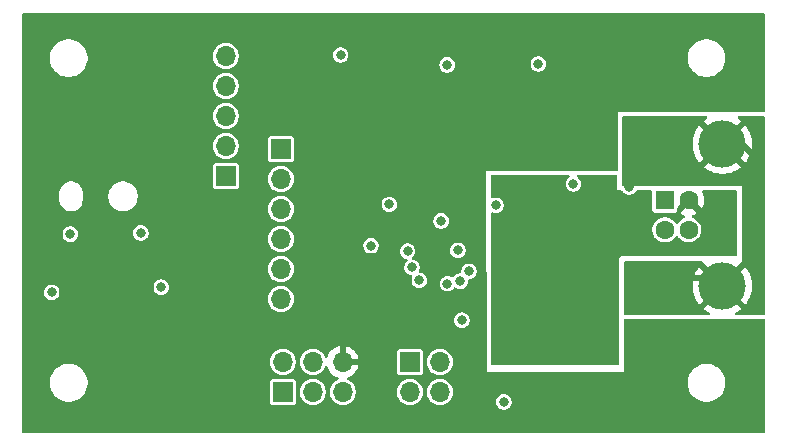
<source format=gbr>
%TF.GenerationSoftware,KiCad,Pcbnew,9.0.6+1*%
%TF.CreationDate,2025-12-10T14:16:37+00:00*%
%TF.ProjectId,KDT_Hierarchical_KiBot,4b44545f-4869-4657-9261-726368696361,+ (Unreleased)*%
%TF.SameCoordinates,Original*%
%TF.FileFunction,Copper,L2,Inr*%
%TF.FilePolarity,Positive*%
%FSLAX46Y46*%
G04 Gerber Fmt 4.6, Leading zero omitted, Abs format (unit mm)*
G04 Created by KiCad (PCBNEW 9.0.6+1) date 2025-12-10 14:16:37*
%MOMM*%
%LPD*%
G01*
G04 APERTURE LIST*
%TA.AperFunction,ComponentPad*%
%ADD10R,1.700000X1.700000*%
%TD*%
%TA.AperFunction,ComponentPad*%
%ADD11O,1.700000X1.700000*%
%TD*%
%TA.AperFunction,ComponentPad*%
%ADD12R,1.600000X1.600000*%
%TD*%
%TA.AperFunction,ComponentPad*%
%ADD13C,1.600000*%
%TD*%
%TA.AperFunction,ComponentPad*%
%ADD14C,4.000000*%
%TD*%
%TA.AperFunction,ViaPad*%
%ADD15C,0.800000*%
%TD*%
%TA.AperFunction,Conductor*%
%ADD16C,0.508000*%
%TD*%
G04 APERTURE END LIST*
D10*
%TO.N,Net-(J3-Pin_1)*%
%TO.C,J3*%
X130773600Y-85194800D03*
D11*
%TO.N,Net-(J3-Pin_2)*%
X130773600Y-82654800D03*
%TO.N,Net-(J3-Pin_3)*%
X130773600Y-80114800D03*
%TO.N,Net-(J3-Pin_4)*%
X130773600Y-77574800D03*
%TO.N,Net-(J3-Pin_5)*%
X130773600Y-75034800D03*
%TD*%
D10*
%TO.N,Net-(J6-Pin_1)*%
%TO.C,J6*%
X135443600Y-82910800D03*
D11*
%TO.N,Net-(J6-Pin_2)*%
X135443600Y-85450800D03*
%TO.N,Net-(J6-Pin_3)*%
X135443600Y-87990800D03*
%TO.N,Net-(J6-Pin_4)*%
X135443600Y-90530800D03*
%TO.N,Net-(J6-Pin_5)*%
X135443600Y-93070800D03*
%TO.N,Net-(J6-Pin_6)*%
X135443600Y-95610800D03*
%TD*%
D12*
%TO.N,Net-(J2-VBUS)*%
%TO.C,J2*%
X167955600Y-87228800D03*
D13*
%TO.N,Net-(J2-D-)*%
X167955600Y-89728800D03*
%TO.N,Net-(J2-D+)*%
X169955600Y-89728800D03*
%TO.N,Earth*%
X169955600Y-87228800D03*
D14*
%TO.N,Net-(J2-Shield)*%
X172815600Y-82478800D03*
X172815600Y-94478800D03*
%TD*%
D10*
%TO.N,/MISO2*%
%TO.C,J5*%
X135596000Y-103459400D03*
D11*
%TO.N,+5V*%
X135596000Y-100919400D03*
%TO.N,/SCK2*%
X138136000Y-103459400D03*
%TO.N,/MOSI2*%
X138136000Y-100919400D03*
%TO.N,/RESET2*%
X140676000Y-103459400D03*
%TO.N,GND*%
X140676000Y-100919400D03*
%TD*%
D10*
%TO.N,Net-(J4-Pin_1)*%
%TO.C,J4*%
X146365600Y-100944800D03*
D11*
%TO.N,Net-(J4-Pin_2)*%
X148905600Y-100944800D03*
%TO.N,Net-(J4-Pin_3)*%
X146365600Y-103484800D03*
%TO.N,Net-(J4-Pin_4)*%
X148905600Y-103484800D03*
%TD*%
D15*
%TO.N,GND*%
X150150200Y-88752800D03*
X158303600Y-82453600D03*
X123556400Y-79075400D03*
X117562000Y-83825200D03*
X139304400Y-90759400D03*
X117587400Y-79024600D03*
X119822600Y-96601400D03*
X161732600Y-103637200D03*
X125283600Y-101046400D03*
X123581800Y-83647400D03*
X148829400Y-81488400D03*
%TO.N,Net-(J2-Shield)*%
X166863400Y-93832800D03*
X164933000Y-86111200D03*
X165034600Y-96372800D03*
%TO.N,+5V*%
X153655400Y-87660600D03*
X117612800Y-90099000D03*
X154315800Y-104297600D03*
X123581800Y-89997400D03*
X140498200Y-74935200D03*
X125309000Y-94594800D03*
X116038000Y-95026600D03*
X149007200Y-88981400D03*
%TO.N,Net-(U1-XTAL1)*%
X157236800Y-75697200D03*
%TO.N,Net-(U1-PC0{slash}XTAL2)*%
X149515200Y-75773400D03*
%TO.N,Earth*%
X155027000Y-91927800D03*
X155154000Y-86847800D03*
X161351600Y-94467800D03*
X161707200Y-99217600D03*
X159522800Y-96144200D03*
%TO.N,VBUS*%
X160208600Y-85857200D03*
%TO.N,Net-(J3-Pin_4)*%
X151369400Y-93248600D03*
%TO.N,Net-(J3-Pin_3)*%
X150632800Y-94086800D03*
%TO.N,Net-(J3-Pin_2)*%
X150759800Y-97388800D03*
%TO.N,Net-(J3-Pin_1)*%
X149540600Y-94290000D03*
%TO.N,Net-(J6-Pin_3)*%
X144613000Y-87584400D03*
%TO.N,Net-(J6-Pin_5)*%
X146543400Y-92918400D03*
%TO.N,Net-(J6-Pin_6)*%
X147153000Y-94010600D03*
%TO.N,Net-(J6-Pin_4)*%
X146162700Y-91546800D03*
%TO.N,Net-(J6-Pin_2)*%
X143068711Y-91084489D03*
%TO.N,Net-(U1-D-)*%
X150429600Y-91470602D03*
%TD*%
D16*
%TO.N,Net-(J2-Shield)*%
X175651800Y-83622000D02*
X175651800Y-91642600D01*
X172815600Y-82478800D02*
X174508600Y-82478800D01*
X164933000Y-86111200D02*
X166126800Y-84917400D01*
X166863400Y-94544000D02*
X165034600Y-96372800D01*
X170377000Y-84917400D02*
X172815600Y-82478800D01*
X175651800Y-91642600D02*
X172815600Y-94478800D01*
X166863400Y-93832800D02*
X166863400Y-94544000D01*
X166863400Y-93832800D02*
X172169600Y-93832800D01*
X172169600Y-93832800D02*
X172815600Y-94478800D01*
X166126800Y-84917400D02*
X170377000Y-84917400D01*
X174508600Y-82478800D02*
X175651800Y-83622000D01*
%TO.N,Earth*%
X155941400Y-91927800D02*
X158811600Y-91927800D01*
X171562400Y-88835600D02*
X171562400Y-90683200D01*
X164196400Y-91648400D02*
X161377000Y-94467800D01*
X161707200Y-99217600D02*
X161707200Y-94823400D01*
X161199200Y-94467800D02*
X159522800Y-96144200D01*
X161377000Y-94467800D02*
X161351600Y-94467800D01*
X170597200Y-91648400D02*
X164196400Y-91648400D01*
X169955600Y-87228800D02*
X171562400Y-88835600D01*
X161351600Y-94467800D02*
X161199200Y-94467800D01*
X155027000Y-91927800D02*
X155941400Y-91927800D01*
X161707200Y-94823400D02*
X161351600Y-94467800D01*
X158811600Y-91927800D02*
X161351600Y-94467800D01*
X171562400Y-90683200D02*
X170597200Y-91648400D01*
X155154000Y-91140400D02*
X155941400Y-91927800D01*
X155154000Y-86847800D02*
X155154000Y-91140400D01*
%TD*%
%TA.AperFunction,Conductor*%
%TO.N,Net-(J2-Shield)*%
G36*
X171172628Y-92430402D02*
G01*
X171219121Y-92484058D01*
X171228182Y-92532173D01*
X172200342Y-93504333D01*
X172066425Y-93601629D01*
X171938429Y-93729625D01*
X171841133Y-93863542D01*
X170871587Y-92893996D01*
X170871585Y-92893996D01*
X170766956Y-93025195D01*
X170766952Y-93025201D01*
X170617082Y-93263717D01*
X170494863Y-93517508D01*
X170494852Y-93517535D01*
X170401823Y-93783395D01*
X170339139Y-94058028D01*
X170307600Y-94337952D01*
X170307600Y-94619647D01*
X170339139Y-94899571D01*
X170401823Y-95174204D01*
X170494852Y-95440064D01*
X170494863Y-95440091D01*
X170617082Y-95693882D01*
X170766952Y-95932398D01*
X170766956Y-95932404D01*
X170871585Y-96063602D01*
X170871586Y-96063603D01*
X171841132Y-95094057D01*
X171938429Y-95227975D01*
X172066425Y-95355971D01*
X172200341Y-95453266D01*
X171230795Y-96422812D01*
X171230796Y-96422813D01*
X171361995Y-96527443D01*
X171362001Y-96527447D01*
X171600513Y-96677314D01*
X171683913Y-96717478D01*
X171736609Y-96765056D01*
X171755217Y-96833570D01*
X171733829Y-96901269D01*
X171679236Y-96946658D01*
X171629243Y-96957000D01*
X164601800Y-96957000D01*
X164533679Y-96936998D01*
X164487186Y-96883342D01*
X164475800Y-96831000D01*
X164475800Y-92536400D01*
X164495802Y-92468279D01*
X164549458Y-92421786D01*
X164601800Y-92410400D01*
X171104507Y-92410400D01*
X171172628Y-92430402D01*
G37*
%TD.AperFunction*%
%TA.AperFunction,Conductor*%
G36*
X171420197Y-80118942D02*
G01*
X171488276Y-80139087D01*
X171534657Y-80192839D01*
X171544614Y-80263134D01*
X171514986Y-80327653D01*
X171486970Y-80351629D01*
X171362001Y-80430152D01*
X171361995Y-80430156D01*
X171230796Y-80534785D01*
X171230796Y-80534787D01*
X172200342Y-81504333D01*
X172066425Y-81601629D01*
X171938429Y-81729625D01*
X171841133Y-81863542D01*
X170871587Y-80893996D01*
X170871585Y-80893996D01*
X170766956Y-81025195D01*
X170766952Y-81025201D01*
X170617082Y-81263717D01*
X170494863Y-81517508D01*
X170494852Y-81517535D01*
X170401823Y-81783395D01*
X170339139Y-82058028D01*
X170307600Y-82337952D01*
X170307600Y-82619647D01*
X170339139Y-82899571D01*
X170401823Y-83174204D01*
X170494852Y-83440064D01*
X170494863Y-83440091D01*
X170617082Y-83693882D01*
X170766952Y-83932398D01*
X170766956Y-83932404D01*
X170871585Y-84063602D01*
X170871586Y-84063603D01*
X171841132Y-83094057D01*
X171938429Y-83227975D01*
X172066425Y-83355971D01*
X172200341Y-83453266D01*
X171230795Y-84422812D01*
X171230796Y-84422813D01*
X171361995Y-84527443D01*
X171362001Y-84527447D01*
X171600517Y-84677317D01*
X171854308Y-84799536D01*
X171854335Y-84799547D01*
X172120195Y-84892576D01*
X172394829Y-84955260D01*
X172394826Y-84955260D01*
X172674752Y-84986800D01*
X172956448Y-84986800D01*
X173236371Y-84955260D01*
X173511004Y-84892576D01*
X173776864Y-84799547D01*
X173776891Y-84799536D01*
X174030682Y-84677316D01*
X174269187Y-84527455D01*
X174269196Y-84527448D01*
X174400402Y-84422813D01*
X174400403Y-84422812D01*
X173430857Y-83453266D01*
X173564775Y-83355971D01*
X173692771Y-83227975D01*
X173790066Y-83094057D01*
X174759612Y-84063603D01*
X174759613Y-84063602D01*
X174864248Y-83932396D01*
X174864255Y-83932387D01*
X175014116Y-83693882D01*
X175136336Y-83440091D01*
X175136347Y-83440064D01*
X175229376Y-83174204D01*
X175292060Y-82899571D01*
X175323600Y-82619647D01*
X175323600Y-82337952D01*
X175292060Y-82058028D01*
X175229376Y-81783395D01*
X175136347Y-81517535D01*
X175136336Y-81517508D01*
X175014117Y-81263717D01*
X174864247Y-81025201D01*
X174864243Y-81025195D01*
X174759613Y-80893996D01*
X174759612Y-80893995D01*
X173790066Y-81863541D01*
X173692771Y-81729625D01*
X173564775Y-81601629D01*
X173430857Y-81504332D01*
X174400403Y-80534786D01*
X174400402Y-80534785D01*
X174269204Y-80430156D01*
X174269198Y-80430152D01*
X174153533Y-80357475D01*
X174106495Y-80304297D01*
X174095675Y-80234129D01*
X174124508Y-80169251D01*
X174183840Y-80130260D01*
X174220825Y-80124788D01*
X176322367Y-80129176D01*
X176390442Y-80149319D01*
X176436823Y-80203072D01*
X176448100Y-80255175D01*
X176448100Y-96831000D01*
X176428098Y-96899121D01*
X176374442Y-96945614D01*
X176322100Y-96957000D01*
X174001957Y-96957000D01*
X173933836Y-96936998D01*
X173887343Y-96883342D01*
X173877239Y-96813068D01*
X173906733Y-96748488D01*
X173947287Y-96717478D01*
X174030686Y-96677314D01*
X174269187Y-96527455D01*
X174269196Y-96527448D01*
X174400402Y-96422813D01*
X174400403Y-96422812D01*
X173430857Y-95453266D01*
X173564775Y-95355971D01*
X173692771Y-95227975D01*
X173790066Y-95094057D01*
X174759612Y-96063603D01*
X174759613Y-96063602D01*
X174864248Y-95932396D01*
X174864255Y-95932387D01*
X175014116Y-95693882D01*
X175136336Y-95440091D01*
X175136347Y-95440064D01*
X175229376Y-95174204D01*
X175292060Y-94899571D01*
X175323600Y-94619647D01*
X175323600Y-94337952D01*
X175292060Y-94058028D01*
X175229376Y-93783395D01*
X175136347Y-93517535D01*
X175136336Y-93517508D01*
X175014117Y-93263717D01*
X174864247Y-93025201D01*
X174864243Y-93025195D01*
X174759613Y-92893996D01*
X174759612Y-92893995D01*
X173790066Y-93863541D01*
X173692771Y-93729625D01*
X173564775Y-93601629D01*
X173430857Y-93504332D01*
X174400402Y-92534787D01*
X174400006Y-92527720D01*
X174416157Y-92458584D01*
X174436982Y-92431291D01*
X174457998Y-92410400D01*
X174458000Y-92410400D01*
X174496303Y-86047701D01*
X164436187Y-86022612D01*
X164368116Y-86002440D01*
X164321757Y-85948668D01*
X164310501Y-85896608D01*
X164310695Y-80230356D01*
X164330699Y-80162239D01*
X164384357Y-80115748D01*
X164436955Y-80104363D01*
X171420197Y-80118942D01*
G37*
%TD.AperFunction*%
%TD*%
%TA.AperFunction,Conductor*%
%TO.N,GND*%
G36*
X176390221Y-71440302D02*
G01*
X176436714Y-71493958D01*
X176448100Y-71546300D01*
X176448100Y-79609800D01*
X176428098Y-79677921D01*
X176374442Y-79724414D01*
X176322100Y-79735800D01*
X164018600Y-79735800D01*
X164018600Y-84613600D01*
X163998598Y-84681721D01*
X163944942Y-84728214D01*
X163892600Y-84739600D01*
X152817200Y-84739600D01*
X152881390Y-101782999D01*
X152881391Y-101783000D01*
X164487808Y-101783000D01*
X164487809Y-101783000D01*
X164476961Y-97698821D01*
X164476136Y-97388135D01*
X164495958Y-97319961D01*
X164549489Y-97273326D01*
X164602136Y-97261800D01*
X176322100Y-97261800D01*
X176390221Y-97281802D01*
X176436714Y-97335458D01*
X176448100Y-97387800D01*
X176448100Y-106843300D01*
X176428098Y-106911421D01*
X176374442Y-106957914D01*
X176322100Y-106969300D01*
X113649190Y-106969300D01*
X113581069Y-106949298D01*
X113534576Y-106895642D01*
X113523190Y-106843483D01*
X113517088Y-102568838D01*
X115873100Y-102568838D01*
X115873100Y-102820762D01*
X115907099Y-103035419D01*
X115912511Y-103069590D01*
X115955130Y-103200757D01*
X115990359Y-103309179D01*
X116104730Y-103533645D01*
X116252807Y-103737456D01*
X116252809Y-103737458D01*
X116252811Y-103737461D01*
X116430938Y-103915588D01*
X116430941Y-103915590D01*
X116430944Y-103915593D01*
X116634755Y-104063670D01*
X116859221Y-104178041D01*
X117098815Y-104255890D01*
X117347638Y-104295300D01*
X117347641Y-104295300D01*
X117599559Y-104295300D01*
X117599562Y-104295300D01*
X117848385Y-104255890D01*
X118087979Y-104178041D01*
X118312445Y-104063670D01*
X118516256Y-103915593D01*
X118694393Y-103737456D01*
X118842470Y-103533645D01*
X118956841Y-103309179D01*
X119034690Y-103069585D01*
X119074100Y-102820762D01*
X119074100Y-102584330D01*
X134491500Y-102584330D01*
X134491500Y-104334463D01*
X134491501Y-104334473D01*
X134506265Y-104408700D01*
X134562516Y-104492884D01*
X134646697Y-104549133D01*
X134646699Y-104549134D01*
X134720933Y-104563900D01*
X136471066Y-104563899D01*
X136471069Y-104563898D01*
X136471073Y-104563898D01*
X136520326Y-104554101D01*
X136545301Y-104549134D01*
X136629484Y-104492884D01*
X136685734Y-104408701D01*
X136700500Y-104334467D01*
X136700499Y-103372474D01*
X137031500Y-103372474D01*
X137031500Y-103546326D01*
X137046828Y-103643100D01*
X137058698Y-103718042D01*
X137081825Y-103789221D01*
X137112420Y-103883381D01*
X137128833Y-103915593D01*
X137191349Y-104038287D01*
X137293536Y-104178935D01*
X137416464Y-104301863D01*
X137461342Y-104334469D01*
X137557116Y-104404053D01*
X137712019Y-104482980D01*
X137877362Y-104536703D01*
X138049074Y-104563900D01*
X138049077Y-104563900D01*
X138222923Y-104563900D01*
X138222926Y-104563900D01*
X138394638Y-104536703D01*
X138559981Y-104482980D01*
X138714884Y-104404053D01*
X138855533Y-104301865D01*
X138978465Y-104178933D01*
X139080653Y-104038284D01*
X139159580Y-103883381D01*
X139213303Y-103718038D01*
X139240500Y-103546326D01*
X139240500Y-103372474D01*
X139213303Y-103200762D01*
X139159580Y-103035419D01*
X139080653Y-102880516D01*
X138978465Y-102739867D01*
X138978463Y-102739864D01*
X138855535Y-102616936D01*
X138714887Y-102514749D01*
X138714886Y-102514748D01*
X138714884Y-102514747D01*
X138559981Y-102435820D01*
X138559978Y-102435819D01*
X138559976Y-102435818D01*
X138394642Y-102382098D01*
X138394640Y-102382097D01*
X138394638Y-102382097D01*
X138222926Y-102354900D01*
X138049074Y-102354900D01*
X137877362Y-102382097D01*
X137877360Y-102382097D01*
X137877357Y-102382098D01*
X137712023Y-102435818D01*
X137712017Y-102435821D01*
X137557112Y-102514749D01*
X137416464Y-102616936D01*
X137293536Y-102739864D01*
X137191349Y-102880512D01*
X137112421Y-103035417D01*
X137112418Y-103035423D01*
X137058698Y-103200757D01*
X137058697Y-103200760D01*
X137058697Y-103200762D01*
X137031500Y-103372474D01*
X136700499Y-103372474D01*
X136700499Y-102584334D01*
X136700498Y-102584330D01*
X136700498Y-102584326D01*
X136685734Y-102510099D01*
X136653074Y-102461221D01*
X136629484Y-102425916D01*
X136629483Y-102425915D01*
X136545302Y-102369666D01*
X136471067Y-102354900D01*
X134720936Y-102354900D01*
X134720926Y-102354901D01*
X134646699Y-102369665D01*
X134562515Y-102425916D01*
X134506266Y-102510097D01*
X134491500Y-102584330D01*
X119074100Y-102584330D01*
X119074100Y-102568838D01*
X119034690Y-102320015D01*
X118956841Y-102080421D01*
X118842470Y-101855955D01*
X118694393Y-101652144D01*
X118694390Y-101652141D01*
X118694388Y-101652138D01*
X118516261Y-101474011D01*
X118516258Y-101474009D01*
X118516256Y-101474007D01*
X118336464Y-101343381D01*
X118312448Y-101325932D01*
X118312447Y-101325931D01*
X118312445Y-101325930D01*
X118087979Y-101211559D01*
X118087976Y-101211558D01*
X118087974Y-101211557D01*
X117848390Y-101133711D01*
X117848386Y-101133710D01*
X117848385Y-101133710D01*
X117599562Y-101094300D01*
X117347638Y-101094300D01*
X117098815Y-101133710D01*
X117098809Y-101133711D01*
X116859225Y-101211557D01*
X116859219Y-101211560D01*
X116634751Y-101325932D01*
X116430941Y-101474009D01*
X116430938Y-101474011D01*
X116252811Y-101652138D01*
X116252809Y-101652141D01*
X116104732Y-101855951D01*
X115990360Y-102080419D01*
X115990357Y-102080425D01*
X115912511Y-102320009D01*
X115912510Y-102320014D01*
X115912510Y-102320015D01*
X115873100Y-102568838D01*
X113517088Y-102568838D01*
X113514609Y-100832474D01*
X134491500Y-100832474D01*
X134491500Y-101006326D01*
X134518697Y-101178038D01*
X134518698Y-101178042D01*
X134572369Y-101343226D01*
X134572420Y-101343381D01*
X134651347Y-101498284D01*
X134651349Y-101498287D01*
X134753536Y-101638935D01*
X134876464Y-101761863D01*
X134876467Y-101761865D01*
X135017116Y-101864053D01*
X135172019Y-101942980D01*
X135337362Y-101996703D01*
X135509074Y-102023900D01*
X135509077Y-102023900D01*
X135682923Y-102023900D01*
X135682926Y-102023900D01*
X135854638Y-101996703D01*
X136019981Y-101942980D01*
X136174884Y-101864053D01*
X136315533Y-101761865D01*
X136438465Y-101638933D01*
X136540653Y-101498284D01*
X136619580Y-101343381D01*
X136673303Y-101178038D01*
X136700500Y-101006326D01*
X136700500Y-100832474D01*
X137031500Y-100832474D01*
X137031500Y-101006326D01*
X137058697Y-101178038D01*
X137058698Y-101178042D01*
X137112369Y-101343226D01*
X137112420Y-101343381D01*
X137191347Y-101498284D01*
X137191349Y-101498287D01*
X137293536Y-101638935D01*
X137416464Y-101761863D01*
X137416467Y-101761865D01*
X137557116Y-101864053D01*
X137712019Y-101942980D01*
X137877362Y-101996703D01*
X138049074Y-102023900D01*
X138049077Y-102023900D01*
X138222923Y-102023900D01*
X138222926Y-102023900D01*
X138394638Y-101996703D01*
X138559981Y-101942980D01*
X138714884Y-101864053D01*
X138855533Y-101761865D01*
X138978465Y-101638933D01*
X139080653Y-101498284D01*
X139159580Y-101343381D01*
X139159581Y-101343375D01*
X139159658Y-101343226D01*
X139208406Y-101291610D01*
X139277321Y-101274544D01*
X139344522Y-101297444D01*
X139388675Y-101353042D01*
X139391758Y-101361491D01*
X139417492Y-101440689D01*
X139417493Y-101440692D01*
X139514536Y-101631150D01*
X139640177Y-101804079D01*
X139791320Y-101955222D01*
X139964249Y-102080863D01*
X140154707Y-102177906D01*
X140154709Y-102177907D01*
X140233908Y-102203641D01*
X140292513Y-102243715D01*
X140320150Y-102309111D01*
X140308043Y-102379068D01*
X140260037Y-102431374D01*
X140252174Y-102435741D01*
X140097113Y-102514748D01*
X139956464Y-102616936D01*
X139833536Y-102739864D01*
X139731349Y-102880512D01*
X139652421Y-103035417D01*
X139652418Y-103035423D01*
X139598698Y-103200757D01*
X139598697Y-103200760D01*
X139598697Y-103200762D01*
X139571500Y-103372474D01*
X139571500Y-103546326D01*
X139586828Y-103643100D01*
X139598698Y-103718042D01*
X139621825Y-103789221D01*
X139652420Y-103883381D01*
X139668833Y-103915593D01*
X139731349Y-104038287D01*
X139833536Y-104178935D01*
X139956464Y-104301863D01*
X140001342Y-104334469D01*
X140097116Y-104404053D01*
X140252019Y-104482980D01*
X140417362Y-104536703D01*
X140589074Y-104563900D01*
X140589077Y-104563900D01*
X140762923Y-104563900D01*
X140762926Y-104563900D01*
X140934638Y-104536703D01*
X141099981Y-104482980D01*
X141254884Y-104404053D01*
X141395533Y-104301865D01*
X141518465Y-104178933D01*
X141620653Y-104038284D01*
X141699580Y-103883381D01*
X141753303Y-103718038D01*
X141780500Y-103546326D01*
X141780500Y-103397874D01*
X145261100Y-103397874D01*
X145261100Y-103571726D01*
X145288297Y-103743438D01*
X145288298Y-103743442D01*
X145303172Y-103789221D01*
X145342020Y-103908781D01*
X145420940Y-104063670D01*
X145420949Y-104063687D01*
X145523136Y-104204335D01*
X145646064Y-104327263D01*
X145655982Y-104334469D01*
X145786716Y-104429453D01*
X145941619Y-104508380D01*
X146106962Y-104562103D01*
X146278674Y-104589300D01*
X146278677Y-104589300D01*
X146452523Y-104589300D01*
X146452526Y-104589300D01*
X146624238Y-104562103D01*
X146789581Y-104508380D01*
X146944484Y-104429453D01*
X147085133Y-104327265D01*
X147208065Y-104204333D01*
X147310253Y-104063684D01*
X147389180Y-103908781D01*
X147442903Y-103743438D01*
X147470100Y-103571726D01*
X147470100Y-103397874D01*
X147801100Y-103397874D01*
X147801100Y-103571726D01*
X147828297Y-103743438D01*
X147828298Y-103743442D01*
X147843172Y-103789221D01*
X147882020Y-103908781D01*
X147960940Y-104063670D01*
X147960949Y-104063687D01*
X148063136Y-104204335D01*
X148186064Y-104327263D01*
X148195982Y-104334469D01*
X148326716Y-104429453D01*
X148481619Y-104508380D01*
X148646962Y-104562103D01*
X148818674Y-104589300D01*
X148818677Y-104589300D01*
X148992523Y-104589300D01*
X148992526Y-104589300D01*
X149164238Y-104562103D01*
X149329581Y-104508380D01*
X149484484Y-104429453D01*
X149625133Y-104327265D01*
X149719264Y-104233134D01*
X153661300Y-104233134D01*
X153661300Y-104362065D01*
X153685351Y-104482978D01*
X153686452Y-104488511D01*
X153735789Y-104607622D01*
X153783649Y-104679249D01*
X153807416Y-104714819D01*
X153807421Y-104714825D01*
X153898574Y-104805978D01*
X153898580Y-104805983D01*
X154005778Y-104877611D01*
X154124889Y-104926948D01*
X154251337Y-104952100D01*
X154251338Y-104952100D01*
X154380262Y-104952100D01*
X154380263Y-104952100D01*
X154506711Y-104926948D01*
X154625822Y-104877611D01*
X154733020Y-104805983D01*
X154824183Y-104714820D01*
X154895811Y-104607622D01*
X154945148Y-104488511D01*
X154970300Y-104362063D01*
X154970300Y-104233137D01*
X154945148Y-104106689D01*
X154895811Y-103987578D01*
X154824183Y-103880380D01*
X154824178Y-103880374D01*
X154733025Y-103789221D01*
X154733019Y-103789216D01*
X154655562Y-103737461D01*
X154625822Y-103717589D01*
X154506711Y-103668252D01*
X154380265Y-103643100D01*
X154380263Y-103643100D01*
X154251337Y-103643100D01*
X154251334Y-103643100D01*
X154124888Y-103668252D01*
X154124883Y-103668254D01*
X154005778Y-103717589D01*
X153898580Y-103789216D01*
X153898574Y-103789221D01*
X153807421Y-103880374D01*
X153807416Y-103880380D01*
X153735789Y-103987578D01*
X153686454Y-104106683D01*
X153686452Y-104106688D01*
X153661300Y-104233134D01*
X149719264Y-104233134D01*
X149748065Y-104204333D01*
X149766518Y-104178935D01*
X149785445Y-104152885D01*
X149819008Y-104106689D01*
X149850253Y-104063684D01*
X149929180Y-103908781D01*
X149982903Y-103743438D01*
X150010100Y-103571726D01*
X150010100Y-103397874D01*
X149982903Y-103226162D01*
X149929180Y-103060819D01*
X149850253Y-102905916D01*
X149748065Y-102765267D01*
X149748063Y-102765264D01*
X149625135Y-102642336D01*
X149523974Y-102568838D01*
X169873100Y-102568838D01*
X169873100Y-102820762D01*
X169907099Y-103035419D01*
X169912511Y-103069590D01*
X169955130Y-103200757D01*
X169990359Y-103309179D01*
X170104730Y-103533645D01*
X170252807Y-103737456D01*
X170252809Y-103737458D01*
X170252811Y-103737461D01*
X170430938Y-103915588D01*
X170430941Y-103915590D01*
X170430944Y-103915593D01*
X170634755Y-104063670D01*
X170859221Y-104178041D01*
X171098815Y-104255890D01*
X171347638Y-104295300D01*
X171347641Y-104295300D01*
X171599559Y-104295300D01*
X171599562Y-104295300D01*
X171848385Y-104255890D01*
X172087979Y-104178041D01*
X172312445Y-104063670D01*
X172516256Y-103915593D01*
X172694393Y-103737456D01*
X172842470Y-103533645D01*
X172956841Y-103309179D01*
X173034690Y-103069585D01*
X173074100Y-102820762D01*
X173074100Y-102568838D01*
X173034690Y-102320015D01*
X172956841Y-102080421D01*
X172842470Y-101855955D01*
X172694393Y-101652144D01*
X172694390Y-101652141D01*
X172694388Y-101652138D01*
X172516261Y-101474011D01*
X172516258Y-101474009D01*
X172516256Y-101474007D01*
X172336464Y-101343381D01*
X172312448Y-101325932D01*
X172312447Y-101325931D01*
X172312445Y-101325930D01*
X172087979Y-101211559D01*
X172087976Y-101211558D01*
X172087974Y-101211557D01*
X171848390Y-101133711D01*
X171848386Y-101133710D01*
X171848385Y-101133710D01*
X171599562Y-101094300D01*
X171347638Y-101094300D01*
X171098815Y-101133710D01*
X171098809Y-101133711D01*
X170859225Y-101211557D01*
X170859219Y-101211560D01*
X170634751Y-101325932D01*
X170430941Y-101474009D01*
X170430938Y-101474011D01*
X170252811Y-101652138D01*
X170252809Y-101652141D01*
X170104732Y-101855951D01*
X169990360Y-102080419D01*
X169990357Y-102080425D01*
X169912511Y-102320009D01*
X169912510Y-102320014D01*
X169912510Y-102320015D01*
X169873100Y-102568838D01*
X149523974Y-102568838D01*
X149484487Y-102540149D01*
X149484486Y-102540148D01*
X149484484Y-102540147D01*
X149329581Y-102461220D01*
X149329578Y-102461219D01*
X149329576Y-102461218D01*
X149164242Y-102407498D01*
X149164240Y-102407497D01*
X149164238Y-102407497D01*
X148992526Y-102380300D01*
X148818674Y-102380300D01*
X148646962Y-102407497D01*
X148646960Y-102407497D01*
X148646957Y-102407498D01*
X148481623Y-102461218D01*
X148481617Y-102461221D01*
X148326712Y-102540149D01*
X148186064Y-102642336D01*
X148063136Y-102765264D01*
X147960949Y-102905912D01*
X147882021Y-103060817D01*
X147882018Y-103060823D01*
X147828298Y-103226157D01*
X147828297Y-103226160D01*
X147828297Y-103226162D01*
X147801100Y-103397874D01*
X147470100Y-103397874D01*
X147442903Y-103226162D01*
X147389180Y-103060819D01*
X147310253Y-102905916D01*
X147208065Y-102765267D01*
X147208063Y-102765264D01*
X147085135Y-102642336D01*
X146944487Y-102540149D01*
X146944486Y-102540148D01*
X146944484Y-102540147D01*
X146789581Y-102461220D01*
X146789578Y-102461219D01*
X146789576Y-102461218D01*
X146624242Y-102407498D01*
X146624240Y-102407497D01*
X146624238Y-102407497D01*
X146452526Y-102380300D01*
X146278674Y-102380300D01*
X146106962Y-102407497D01*
X146106960Y-102407497D01*
X146106957Y-102407498D01*
X145941623Y-102461218D01*
X145941617Y-102461221D01*
X145786712Y-102540149D01*
X145646064Y-102642336D01*
X145523136Y-102765264D01*
X145420949Y-102905912D01*
X145342021Y-103060817D01*
X145342018Y-103060823D01*
X145288298Y-103226157D01*
X145288297Y-103226160D01*
X145288297Y-103226162D01*
X145261100Y-103397874D01*
X141780500Y-103397874D01*
X141780500Y-103372474D01*
X141753303Y-103200762D01*
X141699580Y-103035419D01*
X141620653Y-102880516D01*
X141518465Y-102739867D01*
X141518463Y-102739864D01*
X141395535Y-102616936D01*
X141254887Y-102514749D01*
X141254886Y-102514748D01*
X141254884Y-102514747D01*
X141099981Y-102435820D01*
X141099978Y-102435819D01*
X141099825Y-102435741D01*
X141048210Y-102386993D01*
X141031144Y-102318078D01*
X141054045Y-102250876D01*
X141109642Y-102206724D01*
X141118092Y-102203641D01*
X141197286Y-102177909D01*
X141197292Y-102177906D01*
X141387750Y-102080863D01*
X141560679Y-101955222D01*
X141711822Y-101804079D01*
X141837463Y-101631150D01*
X141934506Y-101440692D01*
X141934509Y-101440686D01*
X142000559Y-101237404D01*
X142010698Y-101173400D01*
X141106703Y-101173400D01*
X141141925Y-101112393D01*
X141176000Y-100985226D01*
X141176000Y-100853574D01*
X141141925Y-100726407D01*
X141106703Y-100665400D01*
X142010697Y-100665400D01*
X142000559Y-100601395D01*
X141934509Y-100398113D01*
X141934506Y-100398107D01*
X141837465Y-100207653D01*
X141786572Y-100137605D01*
X141786571Y-100137603D01*
X141737258Y-100069730D01*
X145261100Y-100069730D01*
X145261100Y-101819863D01*
X145261101Y-101819873D01*
X145275865Y-101894100D01*
X145332116Y-101978284D01*
X145416297Y-102034533D01*
X145416299Y-102034534D01*
X145490533Y-102049300D01*
X147240666Y-102049299D01*
X147240669Y-102049298D01*
X147240673Y-102049298D01*
X147289926Y-102039501D01*
X147314901Y-102034534D01*
X147399084Y-101978284D01*
X147455334Y-101894101D01*
X147470100Y-101819867D01*
X147470099Y-100857874D01*
X147801100Y-100857874D01*
X147801100Y-101031726D01*
X147824274Y-101178038D01*
X147828298Y-101203442D01*
X147873716Y-101343226D01*
X147882020Y-101368781D01*
X147948007Y-101498287D01*
X147960949Y-101523687D01*
X148063136Y-101664335D01*
X148186064Y-101787263D01*
X148230942Y-101819869D01*
X148326716Y-101889453D01*
X148481619Y-101968380D01*
X148646962Y-102022103D01*
X148818674Y-102049300D01*
X148818677Y-102049300D01*
X148992523Y-102049300D01*
X148992526Y-102049300D01*
X149164238Y-102022103D01*
X149329581Y-101968380D01*
X149484484Y-101889453D01*
X149625133Y-101787265D01*
X149748065Y-101664333D01*
X149850253Y-101523684D01*
X149929180Y-101368781D01*
X149982903Y-101203438D01*
X150010100Y-101031726D01*
X150010100Y-100857874D01*
X149982903Y-100686162D01*
X149929180Y-100520819D01*
X149850253Y-100365916D01*
X149748065Y-100225267D01*
X149748063Y-100225264D01*
X149625135Y-100102336D01*
X149484487Y-100000149D01*
X149484486Y-100000148D01*
X149484484Y-100000147D01*
X149329581Y-99921220D01*
X149329578Y-99921219D01*
X149329576Y-99921218D01*
X149164242Y-99867498D01*
X149164240Y-99867497D01*
X149164238Y-99867497D01*
X148992526Y-99840300D01*
X148818674Y-99840300D01*
X148646962Y-99867497D01*
X148646960Y-99867497D01*
X148646957Y-99867498D01*
X148481623Y-99921218D01*
X148481617Y-99921221D01*
X148326712Y-100000149D01*
X148186064Y-100102336D01*
X148063136Y-100225264D01*
X147960949Y-100365912D01*
X147882021Y-100520817D01*
X147882018Y-100520823D01*
X147828298Y-100686157D01*
X147828297Y-100686160D01*
X147828297Y-100686162D01*
X147801100Y-100857874D01*
X147470099Y-100857874D01*
X147470099Y-100069734D01*
X147470098Y-100069730D01*
X147470098Y-100069726D01*
X147455334Y-99995499D01*
X147405702Y-99921221D01*
X147399084Y-99911316D01*
X147399083Y-99911315D01*
X147314902Y-99855066D01*
X147240667Y-99840300D01*
X145490536Y-99840300D01*
X145490526Y-99840301D01*
X145416299Y-99855065D01*
X145332115Y-99911316D01*
X145275866Y-99995497D01*
X145261100Y-100069730D01*
X141737258Y-100069730D01*
X141711822Y-100034720D01*
X141560679Y-99883577D01*
X141387750Y-99757936D01*
X141197292Y-99660893D01*
X141197286Y-99660890D01*
X140994004Y-99594840D01*
X140930000Y-99584702D01*
X140930000Y-100488697D01*
X140868993Y-100453475D01*
X140741826Y-100419400D01*
X140610174Y-100419400D01*
X140483007Y-100453475D01*
X140422000Y-100488697D01*
X140422000Y-99584702D01*
X140357995Y-99594840D01*
X140154713Y-99660890D01*
X140154707Y-99660893D01*
X139964249Y-99757936D01*
X139791320Y-99883577D01*
X139640177Y-100034720D01*
X139514536Y-100207649D01*
X139417493Y-100398107D01*
X139391758Y-100477309D01*
X139351683Y-100535914D01*
X139286286Y-100563550D01*
X139216330Y-100551442D01*
X139164024Y-100503436D01*
X139159658Y-100495574D01*
X139159581Y-100495423D01*
X139159580Y-100495419D01*
X139080653Y-100340516D01*
X138978465Y-100199867D01*
X138978463Y-100199864D01*
X138855535Y-100076936D01*
X138714887Y-99974749D01*
X138714886Y-99974748D01*
X138714884Y-99974747D01*
X138559981Y-99895820D01*
X138559978Y-99895819D01*
X138559976Y-99895818D01*
X138394642Y-99842098D01*
X138394640Y-99842097D01*
X138394638Y-99842097D01*
X138222926Y-99814900D01*
X138049074Y-99814900D01*
X137877362Y-99842097D01*
X137877360Y-99842097D01*
X137877357Y-99842098D01*
X137712023Y-99895818D01*
X137712017Y-99895821D01*
X137557112Y-99974749D01*
X137416464Y-100076936D01*
X137293536Y-100199864D01*
X137191349Y-100340512D01*
X137112421Y-100495417D01*
X137112418Y-100495423D01*
X137058698Y-100660757D01*
X137058697Y-100660760D01*
X137058697Y-100660762D01*
X137031500Y-100832474D01*
X136700500Y-100832474D01*
X136673303Y-100660762D01*
X136619580Y-100495419D01*
X136540653Y-100340516D01*
X136438465Y-100199867D01*
X136438463Y-100199864D01*
X136315535Y-100076936D01*
X136174887Y-99974749D01*
X136174886Y-99974748D01*
X136174884Y-99974747D01*
X136019981Y-99895820D01*
X136019978Y-99895819D01*
X136019976Y-99895818D01*
X135854642Y-99842098D01*
X135854640Y-99842097D01*
X135854638Y-99842097D01*
X135682926Y-99814900D01*
X135509074Y-99814900D01*
X135337362Y-99842097D01*
X135337360Y-99842097D01*
X135337357Y-99842098D01*
X135172023Y-99895818D01*
X135172017Y-99895821D01*
X135017112Y-99974749D01*
X134876464Y-100076936D01*
X134753536Y-100199864D01*
X134651349Y-100340512D01*
X134572421Y-100495417D01*
X134572418Y-100495423D01*
X134518698Y-100660757D01*
X134518697Y-100660760D01*
X134518697Y-100660762D01*
X134491500Y-100832474D01*
X113514609Y-100832474D01*
X113509602Y-97324334D01*
X150105300Y-97324334D01*
X150105300Y-97324337D01*
X150105300Y-97453263D01*
X150130452Y-97579711D01*
X150179789Y-97698822D01*
X150227649Y-97770449D01*
X150251416Y-97806019D01*
X150251421Y-97806025D01*
X150342574Y-97897178D01*
X150342580Y-97897183D01*
X150449778Y-97968811D01*
X150568889Y-98018148D01*
X150695337Y-98043300D01*
X150695338Y-98043300D01*
X150824262Y-98043300D01*
X150824263Y-98043300D01*
X150950711Y-98018148D01*
X151069822Y-97968811D01*
X151177020Y-97897183D01*
X151268183Y-97806020D01*
X151339811Y-97698822D01*
X151389148Y-97579711D01*
X151414300Y-97453263D01*
X151414300Y-97324337D01*
X151389148Y-97197889D01*
X151339811Y-97078778D01*
X151268183Y-96971580D01*
X151268178Y-96971574D01*
X151177025Y-96880421D01*
X151177019Y-96880416D01*
X151141449Y-96856649D01*
X151069822Y-96808789D01*
X150950711Y-96759452D01*
X150824265Y-96734300D01*
X150824263Y-96734300D01*
X150695337Y-96734300D01*
X150695334Y-96734300D01*
X150568888Y-96759452D01*
X150568883Y-96759454D01*
X150449778Y-96808789D01*
X150342580Y-96880416D01*
X150342574Y-96880421D01*
X150251421Y-96971574D01*
X150251416Y-96971580D01*
X150179789Y-97078778D01*
X150130454Y-97197883D01*
X150130452Y-97197888D01*
X150105300Y-97324334D01*
X113509602Y-97324334D01*
X113506230Y-94962134D01*
X115383500Y-94962134D01*
X115383500Y-95091065D01*
X115400158Y-95174810D01*
X115408652Y-95217511D01*
X115457989Y-95336622D01*
X115468373Y-95352162D01*
X115529616Y-95443819D01*
X115529621Y-95443825D01*
X115620774Y-95534978D01*
X115620780Y-95534983D01*
X115727978Y-95606611D01*
X115847089Y-95655948D01*
X115973537Y-95681100D01*
X115973538Y-95681100D01*
X116102462Y-95681100D01*
X116102463Y-95681100D01*
X116228911Y-95655948D01*
X116348022Y-95606611D01*
X116455220Y-95534983D01*
X116466329Y-95523874D01*
X134339100Y-95523874D01*
X134339100Y-95697726D01*
X134366297Y-95869438D01*
X134366298Y-95869442D01*
X134393541Y-95953289D01*
X134420020Y-96034781D01*
X134498947Y-96189684D01*
X134498949Y-96189687D01*
X134601136Y-96330335D01*
X134724064Y-96453263D01*
X134724067Y-96453265D01*
X134864716Y-96555453D01*
X135019619Y-96634380D01*
X135184962Y-96688103D01*
X135356674Y-96715300D01*
X135356677Y-96715300D01*
X135530523Y-96715300D01*
X135530526Y-96715300D01*
X135702238Y-96688103D01*
X135867581Y-96634380D01*
X136022484Y-96555453D01*
X136163133Y-96453265D01*
X136286065Y-96330333D01*
X136388253Y-96189684D01*
X136467180Y-96034781D01*
X136520903Y-95869438D01*
X136548100Y-95697726D01*
X136548100Y-95523874D01*
X136520903Y-95352162D01*
X136467180Y-95186819D01*
X136388253Y-95031916D01*
X136306467Y-94919348D01*
X136286063Y-94891264D01*
X136163135Y-94768336D01*
X136022487Y-94666149D01*
X136022486Y-94666148D01*
X136022484Y-94666147D01*
X135867581Y-94587220D01*
X135867578Y-94587219D01*
X135867576Y-94587218D01*
X135702242Y-94533498D01*
X135702240Y-94533497D01*
X135702238Y-94533497D01*
X135530526Y-94506300D01*
X135356674Y-94506300D01*
X135184962Y-94533497D01*
X135184960Y-94533497D01*
X135184957Y-94533498D01*
X135019623Y-94587218D01*
X135019617Y-94587221D01*
X134864712Y-94666149D01*
X134724064Y-94768336D01*
X134601136Y-94891264D01*
X134498949Y-95031912D01*
X134420021Y-95186817D01*
X134420018Y-95186823D01*
X134366298Y-95352157D01*
X134366297Y-95352160D01*
X134366297Y-95352162D01*
X134339100Y-95523874D01*
X116466329Y-95523874D01*
X116546383Y-95443820D01*
X116618011Y-95336622D01*
X116667348Y-95217511D01*
X116692500Y-95091063D01*
X116692500Y-94962137D01*
X116667348Y-94835689D01*
X116618011Y-94716578D01*
X116546383Y-94609380D01*
X116546378Y-94609374D01*
X116467338Y-94530334D01*
X124654500Y-94530334D01*
X124654500Y-94659265D01*
X124670818Y-94741299D01*
X124679652Y-94785711D01*
X124728989Y-94904822D01*
X124767284Y-94962134D01*
X124800616Y-95012019D01*
X124800621Y-95012025D01*
X124891774Y-95103178D01*
X124891780Y-95103183D01*
X124998978Y-95174811D01*
X125118089Y-95224148D01*
X125244537Y-95249300D01*
X125244538Y-95249300D01*
X125373462Y-95249300D01*
X125373463Y-95249300D01*
X125499911Y-95224148D01*
X125619022Y-95174811D01*
X125726220Y-95103183D01*
X125817383Y-95012020D01*
X125889011Y-94904822D01*
X125938348Y-94785711D01*
X125963500Y-94659263D01*
X125963500Y-94530337D01*
X125938348Y-94403889D01*
X125889011Y-94284778D01*
X125817383Y-94177580D01*
X125817378Y-94177574D01*
X125726225Y-94086421D01*
X125726219Y-94086416D01*
X125690649Y-94062649D01*
X125619022Y-94014789D01*
X125499911Y-93965452D01*
X125477424Y-93960979D01*
X125373465Y-93940300D01*
X125373463Y-93940300D01*
X125244537Y-93940300D01*
X125244534Y-93940300D01*
X125118088Y-93965452D01*
X125118083Y-93965454D01*
X124998978Y-94014789D01*
X124891780Y-94086416D01*
X124891774Y-94086421D01*
X124800621Y-94177574D01*
X124800616Y-94177580D01*
X124728989Y-94284778D01*
X124679654Y-94403883D01*
X124679652Y-94403888D01*
X124654500Y-94530334D01*
X116467338Y-94530334D01*
X116455225Y-94518221D01*
X116455219Y-94518216D01*
X116419649Y-94494449D01*
X116348022Y-94446589D01*
X116228911Y-94397252D01*
X116226744Y-94396821D01*
X116102465Y-94372100D01*
X116102463Y-94372100D01*
X115973537Y-94372100D01*
X115973534Y-94372100D01*
X115847088Y-94397252D01*
X115847083Y-94397254D01*
X115727978Y-94446589D01*
X115620780Y-94518216D01*
X115620774Y-94518221D01*
X115529621Y-94609374D01*
X115529616Y-94609380D01*
X115457989Y-94716578D01*
X115408654Y-94835683D01*
X115408652Y-94835688D01*
X115383500Y-94962134D01*
X113506230Y-94962134D01*
X113504991Y-94094378D01*
X113503406Y-92983874D01*
X134339100Y-92983874D01*
X134339100Y-93157726D01*
X134363704Y-93313065D01*
X134366298Y-93329442D01*
X134407891Y-93457454D01*
X134420020Y-93494781D01*
X134491720Y-93635500D01*
X134498949Y-93649687D01*
X134601136Y-93790335D01*
X134724064Y-93913263D01*
X134789739Y-93960979D01*
X134864716Y-94015453D01*
X135019619Y-94094380D01*
X135184962Y-94148103D01*
X135356674Y-94175300D01*
X135356677Y-94175300D01*
X135530523Y-94175300D01*
X135530526Y-94175300D01*
X135702238Y-94148103D01*
X135867581Y-94094380D01*
X136022484Y-94015453D01*
X136163133Y-93913265D01*
X136286065Y-93790333D01*
X136388253Y-93649684D01*
X136467180Y-93494781D01*
X136520903Y-93329438D01*
X136548100Y-93157726D01*
X136548100Y-92983874D01*
X136520903Y-92812162D01*
X136467180Y-92646819D01*
X136388253Y-92491916D01*
X136347760Y-92436183D01*
X136286063Y-92351264D01*
X136163135Y-92228336D01*
X136022487Y-92126149D01*
X136022486Y-92126148D01*
X136022484Y-92126147D01*
X135867581Y-92047220D01*
X135867578Y-92047219D01*
X135867576Y-92047218D01*
X135702242Y-91993498D01*
X135702240Y-91993497D01*
X135702238Y-91993497D01*
X135530526Y-91966300D01*
X135356674Y-91966300D01*
X135184962Y-91993497D01*
X135184960Y-91993497D01*
X135184957Y-91993498D01*
X135019623Y-92047218D01*
X135019617Y-92047221D01*
X134864712Y-92126149D01*
X134724064Y-92228336D01*
X134601136Y-92351264D01*
X134498949Y-92491912D01*
X134420021Y-92646817D01*
X134420018Y-92646823D01*
X134366298Y-92812157D01*
X134366297Y-92812160D01*
X134366297Y-92812162D01*
X134339100Y-92983874D01*
X113503406Y-92983874D01*
X113503399Y-92979103D01*
X113499196Y-90034534D01*
X116958300Y-90034534D01*
X116958300Y-90163465D01*
X116983452Y-90289911D01*
X117032789Y-90409022D01*
X117075252Y-90472572D01*
X117104416Y-90516219D01*
X117104421Y-90516225D01*
X117195574Y-90607378D01*
X117195580Y-90607383D01*
X117302778Y-90679011D01*
X117421889Y-90728348D01*
X117548337Y-90753500D01*
X117548338Y-90753500D01*
X117677262Y-90753500D01*
X117677263Y-90753500D01*
X117803711Y-90728348D01*
X117922822Y-90679011D01*
X118030020Y-90607383D01*
X118121183Y-90516220D01*
X118192811Y-90409022D01*
X118242148Y-90289911D01*
X118267300Y-90163463D01*
X118267300Y-90034537D01*
X118247090Y-89932934D01*
X122927300Y-89932934D01*
X122927300Y-90061865D01*
X122936242Y-90106817D01*
X122952452Y-90188311D01*
X123001789Y-90307422D01*
X123042882Y-90368921D01*
X123073416Y-90414619D01*
X123073421Y-90414625D01*
X123164574Y-90505778D01*
X123164580Y-90505783D01*
X123271778Y-90577411D01*
X123390889Y-90626748D01*
X123517337Y-90651900D01*
X123517338Y-90651900D01*
X123646262Y-90651900D01*
X123646263Y-90651900D01*
X123772711Y-90626748D01*
X123891822Y-90577411D01*
X123999020Y-90505783D01*
X124060929Y-90443874D01*
X134339100Y-90443874D01*
X134339100Y-90617726D01*
X134360605Y-90753499D01*
X134366298Y-90789442D01*
X134407891Y-90917454D01*
X134420020Y-90954781D01*
X134498947Y-91109684D01*
X134498949Y-91109687D01*
X134601136Y-91250335D01*
X134724064Y-91373263D01*
X134724067Y-91373265D01*
X134864716Y-91475453D01*
X135019619Y-91554380D01*
X135184962Y-91608103D01*
X135356674Y-91635300D01*
X135356677Y-91635300D01*
X135530523Y-91635300D01*
X135530526Y-91635300D01*
X135702238Y-91608103D01*
X135867581Y-91554380D01*
X136022484Y-91475453D01*
X136163133Y-91373265D01*
X136286065Y-91250333D01*
X136388253Y-91109684D01*
X136433938Y-91020023D01*
X142414211Y-91020023D01*
X142414211Y-91020026D01*
X142414211Y-91148952D01*
X142439363Y-91275400D01*
X142488700Y-91394511D01*
X142528418Y-91453953D01*
X142560327Y-91501708D01*
X142560332Y-91501714D01*
X142651485Y-91592867D01*
X142651491Y-91592872D01*
X142758689Y-91664500D01*
X142877800Y-91713837D01*
X143004248Y-91738989D01*
X143004249Y-91738989D01*
X143133173Y-91738989D01*
X143133174Y-91738989D01*
X143259622Y-91713837D01*
X143378733Y-91664500D01*
X143485931Y-91592872D01*
X143577094Y-91501709D01*
X143590040Y-91482334D01*
X145508200Y-91482334D01*
X145508200Y-91482337D01*
X145508200Y-91611263D01*
X145533352Y-91737711D01*
X145582689Y-91856822D01*
X145603402Y-91887821D01*
X145654316Y-91964019D01*
X145654321Y-91964025D01*
X145745474Y-92055178D01*
X145745480Y-92055183D01*
X145852678Y-92126811D01*
X145971789Y-92176148D01*
X146064434Y-92194576D01*
X146127342Y-92227482D01*
X146162474Y-92289177D01*
X146158674Y-92360072D01*
X146128947Y-92407249D01*
X146035016Y-92501180D01*
X145963389Y-92608378D01*
X145914054Y-92727483D01*
X145914052Y-92727488D01*
X145888900Y-92853934D01*
X145888900Y-92982865D01*
X145903784Y-93057689D01*
X145914052Y-93109311D01*
X145963389Y-93228422D01*
X145987460Y-93264446D01*
X146035016Y-93335619D01*
X146035021Y-93335625D01*
X146126174Y-93426778D01*
X146126180Y-93426783D01*
X146233378Y-93498411D01*
X146352489Y-93547748D01*
X146464109Y-93569950D01*
X146527018Y-93602857D01*
X146562150Y-93664552D01*
X146558350Y-93735447D01*
X146555936Y-93741746D01*
X146523655Y-93819679D01*
X146523652Y-93819688D01*
X146498500Y-93946134D01*
X146498500Y-94075065D01*
X146513657Y-94151261D01*
X146523652Y-94201511D01*
X146572989Y-94320622D01*
X146607386Y-94372100D01*
X146644616Y-94427819D01*
X146644621Y-94427825D01*
X146735774Y-94518978D01*
X146735780Y-94518983D01*
X146842978Y-94590611D01*
X146962089Y-94639948D01*
X147088537Y-94665100D01*
X147088538Y-94665100D01*
X147217462Y-94665100D01*
X147217463Y-94665100D01*
X147343911Y-94639948D01*
X147463022Y-94590611D01*
X147570220Y-94518983D01*
X147661383Y-94427820D01*
X147733011Y-94320622D01*
X147772397Y-94225534D01*
X148886100Y-94225534D01*
X148886100Y-94354465D01*
X148904425Y-94446589D01*
X148911252Y-94480911D01*
X148960589Y-94600022D01*
X148987267Y-94639948D01*
X149032216Y-94707219D01*
X149032221Y-94707225D01*
X149123374Y-94798378D01*
X149123380Y-94798383D01*
X149230578Y-94870011D01*
X149349689Y-94919348D01*
X149476137Y-94944500D01*
X149476138Y-94944500D01*
X149605062Y-94944500D01*
X149605063Y-94944500D01*
X149731511Y-94919348D01*
X149850622Y-94870011D01*
X149957820Y-94798383D01*
X150048983Y-94707220D01*
X150082158Y-94657570D01*
X150136633Y-94612044D01*
X150207076Y-94603195D01*
X150256921Y-94622806D01*
X150322778Y-94666811D01*
X150441889Y-94716148D01*
X150568337Y-94741300D01*
X150568338Y-94741300D01*
X150697262Y-94741300D01*
X150697263Y-94741300D01*
X150823711Y-94716148D01*
X150942822Y-94666811D01*
X151050020Y-94595183D01*
X151141183Y-94504020D01*
X151212811Y-94396822D01*
X151262148Y-94277711D01*
X151287300Y-94151263D01*
X151287300Y-94029100D01*
X151307302Y-93960979D01*
X151360958Y-93914486D01*
X151413300Y-93903100D01*
X151433862Y-93903100D01*
X151433863Y-93903100D01*
X151560311Y-93877948D01*
X151679422Y-93828611D01*
X151786620Y-93756983D01*
X151877783Y-93665820D01*
X151949411Y-93558622D01*
X151998748Y-93439511D01*
X152023900Y-93313063D01*
X152023900Y-93184137D01*
X151998748Y-93057689D01*
X151949411Y-92938578D01*
X151877783Y-92831380D01*
X151877778Y-92831374D01*
X151786625Y-92740221D01*
X151786619Y-92740216D01*
X151751049Y-92716449D01*
X151679422Y-92668589D01*
X151560311Y-92619252D01*
X151505644Y-92608378D01*
X151433865Y-92594100D01*
X151433863Y-92594100D01*
X151304937Y-92594100D01*
X151304934Y-92594100D01*
X151178488Y-92619252D01*
X151178483Y-92619254D01*
X151059378Y-92668589D01*
X150952180Y-92740216D01*
X150952174Y-92740221D01*
X150861021Y-92831374D01*
X150861016Y-92831380D01*
X150789389Y-92938578D01*
X150740054Y-93057683D01*
X150740052Y-93057688D01*
X150714900Y-93184134D01*
X150714900Y-93306300D01*
X150694898Y-93374421D01*
X150641242Y-93420914D01*
X150588900Y-93432300D01*
X150568334Y-93432300D01*
X150441888Y-93457452D01*
X150441883Y-93457454D01*
X150322778Y-93506789D01*
X150215580Y-93578416D01*
X150215574Y-93578421D01*
X150124421Y-93669574D01*
X150124414Y-93669583D01*
X150091241Y-93719229D01*
X150036764Y-93764756D01*
X149966320Y-93773603D01*
X149916475Y-93753991D01*
X149888722Y-93735447D01*
X149850622Y-93709989D01*
X149731511Y-93660652D01*
X149605065Y-93635500D01*
X149605063Y-93635500D01*
X149476137Y-93635500D01*
X149476134Y-93635500D01*
X149349688Y-93660652D01*
X149349683Y-93660654D01*
X149230578Y-93709989D01*
X149123380Y-93781616D01*
X149123374Y-93781621D01*
X149032221Y-93872774D01*
X149032216Y-93872780D01*
X148960589Y-93979978D01*
X148911254Y-94099083D01*
X148911252Y-94099088D01*
X148886100Y-94225534D01*
X147772397Y-94225534D01*
X147782348Y-94201511D01*
X147807500Y-94075063D01*
X147807500Y-93946137D01*
X147782348Y-93819689D01*
X147733011Y-93700578D01*
X147661383Y-93593380D01*
X147661378Y-93593374D01*
X147570225Y-93502221D01*
X147570219Y-93502216D01*
X147503225Y-93457452D01*
X147463022Y-93430589D01*
X147343911Y-93381252D01*
X147232290Y-93359049D01*
X147169380Y-93326141D01*
X147134249Y-93264446D01*
X147138049Y-93193551D01*
X147140464Y-93187251D01*
X147141754Y-93184138D01*
X147172748Y-93109311D01*
X147197900Y-92982863D01*
X147197900Y-92853937D01*
X147172748Y-92727489D01*
X147123411Y-92608378D01*
X147051783Y-92501180D01*
X147051778Y-92501174D01*
X146960625Y-92410021D01*
X146960619Y-92410016D01*
X146925049Y-92386249D01*
X146853422Y-92338389D01*
X146734311Y-92289052D01*
X146641665Y-92270623D01*
X146578757Y-92237716D01*
X146543625Y-92176021D01*
X146547425Y-92105126D01*
X146577153Y-92057949D01*
X146579916Y-92055185D01*
X146579920Y-92055183D01*
X146671083Y-91964020D01*
X146742711Y-91856822D01*
X146792048Y-91737711D01*
X146817200Y-91611263D01*
X146817200Y-91482337D01*
X146804684Y-91419417D01*
X146802480Y-91408334D01*
X146802043Y-91406136D01*
X149775100Y-91406136D01*
X149775100Y-91535067D01*
X149795038Y-91635300D01*
X149800252Y-91661513D01*
X149849589Y-91780624D01*
X149897449Y-91852251D01*
X149921216Y-91887821D01*
X149921221Y-91887827D01*
X150012374Y-91978980D01*
X150012380Y-91978985D01*
X150119578Y-92050613D01*
X150238689Y-92099950D01*
X150365137Y-92125102D01*
X150365138Y-92125102D01*
X150494062Y-92125102D01*
X150494063Y-92125102D01*
X150620511Y-92099950D01*
X150739622Y-92050613D01*
X150846820Y-91978985D01*
X150937983Y-91887822D01*
X151009611Y-91780624D01*
X151058948Y-91661513D01*
X151084100Y-91535065D01*
X151084100Y-91406139D01*
X151058948Y-91279691D01*
X151009611Y-91160580D01*
X150937983Y-91053382D01*
X150937978Y-91053376D01*
X150846825Y-90962223D01*
X150846819Y-90962218D01*
X150779822Y-90917452D01*
X150739622Y-90890591D01*
X150620511Y-90841254D01*
X150494065Y-90816102D01*
X150494063Y-90816102D01*
X150365137Y-90816102D01*
X150365134Y-90816102D01*
X150238688Y-90841254D01*
X150238683Y-90841256D01*
X150119578Y-90890591D01*
X150012380Y-90962218D01*
X150012374Y-90962223D01*
X149921221Y-91053376D01*
X149921216Y-91053382D01*
X149849589Y-91160580D01*
X149800254Y-91279685D01*
X149800252Y-91279690D01*
X149775100Y-91406136D01*
X146802043Y-91406136D01*
X146792048Y-91355889D01*
X146742711Y-91236778D01*
X146671083Y-91129580D01*
X146671078Y-91129574D01*
X146579925Y-91038421D01*
X146579919Y-91038416D01*
X146515580Y-90995426D01*
X146472722Y-90966789D01*
X146353611Y-90917452D01*
X146227165Y-90892300D01*
X146227163Y-90892300D01*
X146098237Y-90892300D01*
X146098234Y-90892300D01*
X145971788Y-90917452D01*
X145971783Y-90917454D01*
X145852678Y-90966789D01*
X145745480Y-91038416D01*
X145745474Y-91038421D01*
X145654321Y-91129574D01*
X145654316Y-91129580D01*
X145582689Y-91236778D01*
X145533354Y-91355883D01*
X145533352Y-91355888D01*
X145508200Y-91482334D01*
X143590040Y-91482334D01*
X143648722Y-91394511D01*
X143698059Y-91275400D01*
X143723211Y-91148952D01*
X143723211Y-91020026D01*
X143698059Y-90893578D01*
X143648722Y-90774467D01*
X143577094Y-90667269D01*
X143577089Y-90667263D01*
X143485936Y-90576110D01*
X143485930Y-90576105D01*
X143396313Y-90516225D01*
X143378733Y-90504478D01*
X143259622Y-90455141D01*
X143133176Y-90429989D01*
X143133174Y-90429989D01*
X143004248Y-90429989D01*
X143004245Y-90429989D01*
X142877799Y-90455141D01*
X142877794Y-90455143D01*
X142758689Y-90504478D01*
X142651491Y-90576105D01*
X142651485Y-90576110D01*
X142560332Y-90667263D01*
X142560327Y-90667269D01*
X142488700Y-90774467D01*
X142439365Y-90893572D01*
X142439363Y-90893577D01*
X142414211Y-91020023D01*
X136433938Y-91020023D01*
X136467180Y-90954781D01*
X136520903Y-90789438D01*
X136548100Y-90617726D01*
X136548100Y-90443874D01*
X136520903Y-90272162D01*
X136467180Y-90106819D01*
X136388253Y-89951916D01*
X136286065Y-89811267D01*
X136286063Y-89811264D01*
X136163135Y-89688336D01*
X136022487Y-89586149D01*
X136022486Y-89586148D01*
X136022484Y-89586147D01*
X135867581Y-89507220D01*
X135867578Y-89507219D01*
X135867576Y-89507218D01*
X135702242Y-89453498D01*
X135702240Y-89453497D01*
X135702238Y-89453497D01*
X135530526Y-89426300D01*
X135356674Y-89426300D01*
X135184962Y-89453497D01*
X135184960Y-89453497D01*
X135184957Y-89453498D01*
X135019623Y-89507218D01*
X135019617Y-89507221D01*
X134864712Y-89586149D01*
X134724064Y-89688336D01*
X134601136Y-89811264D01*
X134498949Y-89951912D01*
X134420021Y-90106817D01*
X134420018Y-90106823D01*
X134366298Y-90272157D01*
X134366297Y-90272160D01*
X134366297Y-90272162D01*
X134339100Y-90443874D01*
X124060929Y-90443874D01*
X124090183Y-90414620D01*
X124161811Y-90307422D01*
X124211148Y-90188311D01*
X124236300Y-90061863D01*
X124236300Y-89932937D01*
X124211148Y-89806489D01*
X124161811Y-89687378D01*
X124090183Y-89580180D01*
X124090178Y-89580174D01*
X123999025Y-89489021D01*
X123999019Y-89489016D01*
X123932396Y-89444500D01*
X123891822Y-89417389D01*
X123772711Y-89368052D01*
X123646265Y-89342900D01*
X123646263Y-89342900D01*
X123517337Y-89342900D01*
X123517334Y-89342900D01*
X123390888Y-89368052D01*
X123390883Y-89368054D01*
X123271778Y-89417389D01*
X123164580Y-89489016D01*
X123164574Y-89489021D01*
X123073421Y-89580174D01*
X123073416Y-89580180D01*
X123001789Y-89687378D01*
X122952454Y-89806483D01*
X122952452Y-89806488D01*
X122927300Y-89932934D01*
X118247090Y-89932934D01*
X118242148Y-89908089D01*
X118192811Y-89788978D01*
X118121183Y-89681780D01*
X118121178Y-89681774D01*
X118030025Y-89590621D01*
X118030019Y-89590616D01*
X117986309Y-89561410D01*
X117922822Y-89518989D01*
X117803711Y-89469652D01*
X117677265Y-89444500D01*
X117677263Y-89444500D01*
X117548337Y-89444500D01*
X117548334Y-89444500D01*
X117421888Y-89469652D01*
X117421883Y-89469654D01*
X117302778Y-89518989D01*
X117195580Y-89590616D01*
X117195574Y-89590621D01*
X117104421Y-89681774D01*
X117104416Y-89681780D01*
X117032789Y-89788978D01*
X116983454Y-89908083D01*
X116983452Y-89908088D01*
X116958300Y-90034534D01*
X113499196Y-90034534D01*
X113499187Y-90028528D01*
X113499100Y-89967851D01*
X113499100Y-86546255D01*
X116673100Y-86546255D01*
X116673100Y-87243344D01*
X116711549Y-87436635D01*
X116711550Y-87436638D01*
X116765473Y-87566820D01*
X116786968Y-87618714D01*
X116896461Y-87782582D01*
X117035818Y-87921939D01*
X117199686Y-88031432D01*
X117381765Y-88106851D01*
X117575059Y-88145300D01*
X117772141Y-88145300D01*
X117965435Y-88106851D01*
X118147514Y-88031432D01*
X118311382Y-87921939D01*
X118450739Y-87782582D01*
X118560232Y-87618714D01*
X118635651Y-87436635D01*
X118674100Y-87243341D01*
X118674100Y-86796383D01*
X120823100Y-86796383D01*
X120823100Y-86993217D01*
X120853891Y-87187626D01*
X120914716Y-87374825D01*
X121004076Y-87550205D01*
X121004078Y-87550208D01*
X121119773Y-87709448D01*
X121258951Y-87848626D01*
X121258954Y-87848628D01*
X121418195Y-87964324D01*
X121593575Y-88053684D01*
X121780774Y-88114509D01*
X121975183Y-88145300D01*
X121975186Y-88145300D01*
X122172014Y-88145300D01*
X122172017Y-88145300D01*
X122366426Y-88114509D01*
X122553625Y-88053684D01*
X122729005Y-87964324D01*
X122812207Y-87903874D01*
X134339100Y-87903874D01*
X134339100Y-88077726D01*
X134366297Y-88249438D01*
X134366298Y-88249442D01*
X134415668Y-88401389D01*
X134420020Y-88414781D01*
X134496140Y-88564174D01*
X134498949Y-88569687D01*
X134601136Y-88710335D01*
X134724064Y-88833263D01*
X134724067Y-88833265D01*
X134864716Y-88935453D01*
X135019619Y-89014380D01*
X135184962Y-89068103D01*
X135356674Y-89095300D01*
X135356677Y-89095300D01*
X135530523Y-89095300D01*
X135530526Y-89095300D01*
X135702238Y-89068103D01*
X135867581Y-89014380D01*
X136022484Y-88935453D01*
X136047973Y-88916934D01*
X148352700Y-88916934D01*
X148352700Y-89045865D01*
X148377852Y-89172311D01*
X148427189Y-89291422D01*
X148461586Y-89342900D01*
X148498816Y-89398619D01*
X148498821Y-89398625D01*
X148589974Y-89489778D01*
X148589980Y-89489783D01*
X148697178Y-89561411D01*
X148816289Y-89610748D01*
X148942737Y-89635900D01*
X148942738Y-89635900D01*
X149071662Y-89635900D01*
X149071663Y-89635900D01*
X149198111Y-89610748D01*
X149317222Y-89561411D01*
X149424420Y-89489783D01*
X149515583Y-89398620D01*
X149587211Y-89291422D01*
X149636548Y-89172311D01*
X149661700Y-89045863D01*
X149661700Y-88916937D01*
X149636548Y-88790489D01*
X149587211Y-88671378D01*
X149515583Y-88564180D01*
X149515578Y-88564174D01*
X149424425Y-88473021D01*
X149424419Y-88473016D01*
X149388849Y-88449249D01*
X149317222Y-88401389D01*
X149198111Y-88352052D01*
X149071665Y-88326900D01*
X149071663Y-88326900D01*
X148942737Y-88326900D01*
X148942734Y-88326900D01*
X148816288Y-88352052D01*
X148816283Y-88352054D01*
X148697178Y-88401389D01*
X148589980Y-88473016D01*
X148589974Y-88473021D01*
X148498821Y-88564174D01*
X148498816Y-88564180D01*
X148427189Y-88671378D01*
X148377854Y-88790483D01*
X148377852Y-88790488D01*
X148352700Y-88916934D01*
X136047973Y-88916934D01*
X136163133Y-88833265D01*
X136163138Y-88833260D01*
X136174747Y-88821652D01*
X136286060Y-88710338D01*
X136286063Y-88710335D01*
X136286065Y-88710333D01*
X136388253Y-88569684D01*
X136467180Y-88414781D01*
X136520903Y-88249438D01*
X136548100Y-88077726D01*
X136548100Y-87903874D01*
X136520903Y-87732162D01*
X136467180Y-87566819D01*
X136443291Y-87519934D01*
X143958500Y-87519934D01*
X143958500Y-87648865D01*
X143975068Y-87732157D01*
X143983652Y-87775311D01*
X144032989Y-87894422D01*
X144051377Y-87921941D01*
X144104616Y-88001619D01*
X144104621Y-88001625D01*
X144195774Y-88092778D01*
X144195780Y-88092783D01*
X144302978Y-88164411D01*
X144422089Y-88213748D01*
X144548537Y-88238900D01*
X144548538Y-88238900D01*
X144677462Y-88238900D01*
X144677463Y-88238900D01*
X144803911Y-88213748D01*
X144923022Y-88164411D01*
X145030220Y-88092783D01*
X145121383Y-88001620D01*
X145193011Y-87894422D01*
X145242348Y-87775311D01*
X145267500Y-87648863D01*
X145267500Y-87519937D01*
X145242348Y-87393489D01*
X145193011Y-87274378D01*
X145121383Y-87167180D01*
X145121378Y-87167174D01*
X145030225Y-87076021D01*
X145030219Y-87076016D01*
X144963225Y-87031252D01*
X144923022Y-87004389D01*
X144803911Y-86955052D01*
X144677465Y-86929900D01*
X144677463Y-86929900D01*
X144548537Y-86929900D01*
X144548534Y-86929900D01*
X144422088Y-86955052D01*
X144422083Y-86955054D01*
X144302978Y-87004389D01*
X144195780Y-87076016D01*
X144195774Y-87076021D01*
X144104621Y-87167174D01*
X144104616Y-87167180D01*
X144032989Y-87274378D01*
X143983654Y-87393483D01*
X143983652Y-87393488D01*
X143958500Y-87519934D01*
X136443291Y-87519934D01*
X136388253Y-87411916D01*
X136286065Y-87271267D01*
X136286063Y-87271264D01*
X136163135Y-87148336D01*
X136022487Y-87046149D01*
X136022486Y-87046148D01*
X136022484Y-87046147D01*
X135867581Y-86967220D01*
X135867578Y-86967219D01*
X135867576Y-86967218D01*
X135702242Y-86913498D01*
X135702240Y-86913497D01*
X135702238Y-86913497D01*
X135530526Y-86886300D01*
X135356674Y-86886300D01*
X135184962Y-86913497D01*
X135184960Y-86913497D01*
X135184957Y-86913498D01*
X135019623Y-86967218D01*
X135019617Y-86967221D01*
X134864712Y-87046149D01*
X134724064Y-87148336D01*
X134601136Y-87271264D01*
X134498949Y-87411912D01*
X134420021Y-87566817D01*
X134420018Y-87566823D01*
X134366298Y-87732157D01*
X134366297Y-87732160D01*
X134366297Y-87732162D01*
X134339100Y-87903874D01*
X122812207Y-87903874D01*
X122888246Y-87848628D01*
X122888251Y-87848623D01*
X122927047Y-87809828D01*
X123027423Y-87709451D01*
X123027426Y-87709448D01*
X123027428Y-87709446D01*
X123143124Y-87550205D01*
X123232484Y-87374825D01*
X123293309Y-87187626D01*
X123324100Y-86993217D01*
X123324100Y-86796383D01*
X123293309Y-86601974D01*
X123232484Y-86414775D01*
X123143124Y-86239395D01*
X123073889Y-86144102D01*
X123027426Y-86080151D01*
X122888248Y-85940973D01*
X122729008Y-85825278D01*
X122729007Y-85825277D01*
X122729005Y-85825276D01*
X122553625Y-85735916D01*
X122366426Y-85675091D01*
X122172017Y-85644300D01*
X121975183Y-85644300D01*
X121780774Y-85675091D01*
X121780771Y-85675091D01*
X121780770Y-85675092D01*
X121690954Y-85704275D01*
X121593575Y-85735916D01*
X121593573Y-85735916D01*
X121593573Y-85735917D01*
X121418191Y-85825278D01*
X121258951Y-85940973D01*
X121119773Y-86080151D01*
X121004078Y-86239391D01*
X120924561Y-86395453D01*
X120914716Y-86414775D01*
X120853891Y-86601974D01*
X120823100Y-86796383D01*
X118674100Y-86796383D01*
X118674100Y-86546259D01*
X118635651Y-86352965D01*
X118560232Y-86170886D01*
X118450739Y-86007018D01*
X118311382Y-85867661D01*
X118147514Y-85758168D01*
X118093795Y-85735917D01*
X117965438Y-85682750D01*
X117965435Y-85682749D01*
X117772144Y-85644300D01*
X117772141Y-85644300D01*
X117575059Y-85644300D01*
X117575055Y-85644300D01*
X117381764Y-85682749D01*
X117381761Y-85682750D01*
X117199685Y-85758168D01*
X117035822Y-85867658D01*
X117035815Y-85867663D01*
X116896463Y-86007015D01*
X116896458Y-86007022D01*
X116786968Y-86170885D01*
X116711550Y-86352961D01*
X116711549Y-86352964D01*
X116673100Y-86546255D01*
X113499100Y-86546255D01*
X113499100Y-84319730D01*
X129669100Y-84319730D01*
X129669100Y-86069863D01*
X129669101Y-86069873D01*
X129683865Y-86144100D01*
X129740116Y-86228284D01*
X129824297Y-86284533D01*
X129824299Y-86284534D01*
X129898533Y-86299300D01*
X131648666Y-86299299D01*
X131648669Y-86299298D01*
X131648673Y-86299298D01*
X131697926Y-86289501D01*
X131722901Y-86284534D01*
X131807084Y-86228284D01*
X131863334Y-86144101D01*
X131878100Y-86069867D01*
X131878099Y-85363874D01*
X134339100Y-85363874D01*
X134339100Y-85537726D01*
X134355980Y-85644300D01*
X134366298Y-85709442D01*
X134417706Y-85867661D01*
X134420020Y-85874781D01*
X134498947Y-86029684D01*
X134498949Y-86029687D01*
X134601136Y-86170335D01*
X134724064Y-86293263D01*
X134787589Y-86339417D01*
X134864716Y-86395453D01*
X135019619Y-86474380D01*
X135184962Y-86528103D01*
X135356674Y-86555300D01*
X135356677Y-86555300D01*
X135530523Y-86555300D01*
X135530526Y-86555300D01*
X135702238Y-86528103D01*
X135867581Y-86474380D01*
X136022484Y-86395453D01*
X136163133Y-86293265D01*
X136286065Y-86170333D01*
X136388253Y-86029684D01*
X136467180Y-85874781D01*
X136520903Y-85709438D01*
X136548100Y-85537726D01*
X136548100Y-85363874D01*
X136520903Y-85192162D01*
X136467180Y-85026819D01*
X136388253Y-84871916D01*
X136286065Y-84731267D01*
X136286063Y-84731264D01*
X136163135Y-84608336D01*
X136022487Y-84506149D01*
X136022486Y-84506148D01*
X136022484Y-84506147D01*
X135867581Y-84427220D01*
X135867578Y-84427219D01*
X135867576Y-84427218D01*
X135702242Y-84373498D01*
X135702240Y-84373497D01*
X135702238Y-84373497D01*
X135530526Y-84346300D01*
X135356674Y-84346300D01*
X135184962Y-84373497D01*
X135184960Y-84373497D01*
X135184957Y-84373498D01*
X135019623Y-84427218D01*
X135019617Y-84427221D01*
X134864712Y-84506149D01*
X134724064Y-84608336D01*
X134601136Y-84731264D01*
X134498949Y-84871912D01*
X134420021Y-85026817D01*
X134420018Y-85026823D01*
X134366298Y-85192157D01*
X134366297Y-85192160D01*
X134366297Y-85192162D01*
X134339100Y-85363874D01*
X131878099Y-85363874D01*
X131878099Y-85192162D01*
X131878099Y-84319736D01*
X131878098Y-84319726D01*
X131863334Y-84245499D01*
X131807083Y-84161315D01*
X131722902Y-84105066D01*
X131648667Y-84090300D01*
X129898536Y-84090300D01*
X129898526Y-84090301D01*
X129824299Y-84105065D01*
X129740115Y-84161316D01*
X129683866Y-84245497D01*
X129669100Y-84319730D01*
X113499100Y-84319730D01*
X113499100Y-82567874D01*
X129669100Y-82567874D01*
X129669100Y-82741726D01*
X129696297Y-82913438D01*
X129750020Y-83078781D01*
X129750021Y-83078782D01*
X129828949Y-83233687D01*
X129931136Y-83374335D01*
X130054064Y-83497263D01*
X130054067Y-83497265D01*
X130194716Y-83599453D01*
X130349619Y-83678380D01*
X130514962Y-83732103D01*
X130686674Y-83759300D01*
X130686677Y-83759300D01*
X130860523Y-83759300D01*
X130860526Y-83759300D01*
X131032238Y-83732103D01*
X131197581Y-83678380D01*
X131352484Y-83599453D01*
X131493133Y-83497265D01*
X131616065Y-83374333D01*
X131718253Y-83233684D01*
X131797180Y-83078781D01*
X131850903Y-82913438D01*
X131878100Y-82741726D01*
X131878100Y-82567874D01*
X131850903Y-82396162D01*
X131797180Y-82230819D01*
X131718253Y-82075916D01*
X131689061Y-82035736D01*
X131689057Y-82035730D01*
X134339100Y-82035730D01*
X134339100Y-83785863D01*
X134339101Y-83785873D01*
X134353865Y-83860100D01*
X134410116Y-83944284D01*
X134494297Y-84000533D01*
X134494299Y-84000534D01*
X134568533Y-84015300D01*
X136318666Y-84015299D01*
X136318669Y-84015298D01*
X136318673Y-84015298D01*
X136367926Y-84005501D01*
X136392901Y-84000534D01*
X136477084Y-83944284D01*
X136533334Y-83860101D01*
X136548100Y-83785867D01*
X136548099Y-82035734D01*
X136548098Y-82035730D01*
X136548098Y-82035726D01*
X136533334Y-81961499D01*
X136477083Y-81877315D01*
X136392902Y-81821066D01*
X136318667Y-81806300D01*
X134568536Y-81806300D01*
X134568526Y-81806301D01*
X134494299Y-81821065D01*
X134410115Y-81877316D01*
X134353866Y-81961497D01*
X134339100Y-82035730D01*
X131689057Y-82035730D01*
X131616063Y-81935264D01*
X131493135Y-81812336D01*
X131352487Y-81710149D01*
X131352486Y-81710148D01*
X131352484Y-81710147D01*
X131197581Y-81631220D01*
X131197578Y-81631219D01*
X131197576Y-81631218D01*
X131032242Y-81577498D01*
X131032240Y-81577497D01*
X131032238Y-81577497D01*
X130860526Y-81550300D01*
X130686674Y-81550300D01*
X130514962Y-81577497D01*
X130514960Y-81577497D01*
X130514957Y-81577498D01*
X130349623Y-81631218D01*
X130349617Y-81631221D01*
X130194712Y-81710149D01*
X130054064Y-81812336D01*
X129931136Y-81935264D01*
X129828949Y-82075912D01*
X129750021Y-82230817D01*
X129750018Y-82230823D01*
X129696298Y-82396157D01*
X129696297Y-82396160D01*
X129696297Y-82396162D01*
X129669100Y-82567874D01*
X113499100Y-82567874D01*
X113499100Y-80027874D01*
X129669100Y-80027874D01*
X129669100Y-80201726D01*
X129696297Y-80373438D01*
X129696298Y-80373442D01*
X129746973Y-80529405D01*
X129750020Y-80538781D01*
X129750021Y-80538782D01*
X129828949Y-80693687D01*
X129931136Y-80834335D01*
X130054064Y-80957263D01*
X130054067Y-80957265D01*
X130194716Y-81059453D01*
X130349619Y-81138380D01*
X130514962Y-81192103D01*
X130686674Y-81219300D01*
X130686677Y-81219300D01*
X130860523Y-81219300D01*
X130860526Y-81219300D01*
X131032238Y-81192103D01*
X131197581Y-81138380D01*
X131352484Y-81059453D01*
X131493133Y-80957265D01*
X131616065Y-80834333D01*
X131718253Y-80693684D01*
X131797180Y-80538781D01*
X131850903Y-80373438D01*
X131878100Y-80201726D01*
X131878100Y-80027874D01*
X131850903Y-79856162D01*
X131797180Y-79690819D01*
X131718253Y-79535916D01*
X131616065Y-79395267D01*
X131616063Y-79395264D01*
X131493135Y-79272336D01*
X131352487Y-79170149D01*
X131352486Y-79170148D01*
X131352484Y-79170147D01*
X131197581Y-79091220D01*
X131197578Y-79091219D01*
X131197576Y-79091218D01*
X131032242Y-79037498D01*
X131032240Y-79037497D01*
X131032238Y-79037497D01*
X130860526Y-79010300D01*
X130686674Y-79010300D01*
X130514962Y-79037497D01*
X130514960Y-79037497D01*
X130514957Y-79037498D01*
X130349623Y-79091218D01*
X130349617Y-79091221D01*
X130194712Y-79170149D01*
X130054064Y-79272336D01*
X129931136Y-79395264D01*
X129828949Y-79535912D01*
X129750021Y-79690817D01*
X129750018Y-79690823D01*
X129696298Y-79856157D01*
X129696297Y-79856160D01*
X129696297Y-79856162D01*
X129669100Y-80027874D01*
X113499100Y-80027874D01*
X113499100Y-77487874D01*
X129669100Y-77487874D01*
X129669100Y-77661726D01*
X129696297Y-77833438D01*
X129750020Y-77998781D01*
X129750021Y-77998782D01*
X129828949Y-78153687D01*
X129931136Y-78294335D01*
X130054064Y-78417263D01*
X130054067Y-78417265D01*
X130194716Y-78519453D01*
X130349619Y-78598380D01*
X130514962Y-78652103D01*
X130686674Y-78679300D01*
X130686677Y-78679300D01*
X130860523Y-78679300D01*
X130860526Y-78679300D01*
X131032238Y-78652103D01*
X131197581Y-78598380D01*
X131352484Y-78519453D01*
X131493133Y-78417265D01*
X131616065Y-78294333D01*
X131718253Y-78153684D01*
X131797180Y-77998781D01*
X131850903Y-77833438D01*
X131878100Y-77661726D01*
X131878100Y-77487874D01*
X131850903Y-77316162D01*
X131797180Y-77150819D01*
X131718253Y-76995916D01*
X131616065Y-76855267D01*
X131616063Y-76855264D01*
X131493135Y-76732336D01*
X131352487Y-76630149D01*
X131352486Y-76630148D01*
X131352484Y-76630147D01*
X131197581Y-76551220D01*
X131197578Y-76551219D01*
X131197576Y-76551218D01*
X131032242Y-76497498D01*
X131032240Y-76497497D01*
X131032238Y-76497497D01*
X130860526Y-76470300D01*
X130686674Y-76470300D01*
X130514962Y-76497497D01*
X130514960Y-76497497D01*
X130514957Y-76497498D01*
X130349623Y-76551218D01*
X130349617Y-76551221D01*
X130194712Y-76630149D01*
X130054064Y-76732336D01*
X129931136Y-76855264D01*
X129828949Y-76995912D01*
X129750021Y-77150817D01*
X129750018Y-77150823D01*
X129696298Y-77316157D01*
X129696297Y-77316160D01*
X129696297Y-77316162D01*
X129669100Y-77487874D01*
X113499100Y-77487874D01*
X113499100Y-75068838D01*
X115873100Y-75068838D01*
X115873100Y-75320762D01*
X115902484Y-75506283D01*
X115912511Y-75569590D01*
X115990357Y-75809174D01*
X115990359Y-75809179D01*
X116091267Y-76007222D01*
X116104732Y-76033648D01*
X116122701Y-76058380D01*
X116252807Y-76237456D01*
X116252809Y-76237458D01*
X116252811Y-76237461D01*
X116430938Y-76415588D01*
X116430941Y-76415590D01*
X116430944Y-76415593D01*
X116634755Y-76563670D01*
X116859221Y-76678041D01*
X117098815Y-76755890D01*
X117347638Y-76795300D01*
X117347641Y-76795300D01*
X117599559Y-76795300D01*
X117599562Y-76795300D01*
X117848385Y-76755890D01*
X118087979Y-76678041D01*
X118312445Y-76563670D01*
X118516256Y-76415593D01*
X118694393Y-76237456D01*
X118842470Y-76033645D01*
X118956841Y-75809179D01*
X119034690Y-75569585D01*
X119074100Y-75320762D01*
X119074100Y-75068838D01*
X119054941Y-74947874D01*
X129669100Y-74947874D01*
X129669100Y-75121726D01*
X129696297Y-75293438D01*
X129696298Y-75293442D01*
X129705173Y-75320758D01*
X129750020Y-75458781D01*
X129816727Y-75589700D01*
X129828949Y-75613687D01*
X129931136Y-75754335D01*
X130054064Y-75877263D01*
X130054067Y-75877265D01*
X130194716Y-75979453D01*
X130349619Y-76058380D01*
X130514962Y-76112103D01*
X130686674Y-76139300D01*
X130686677Y-76139300D01*
X130860523Y-76139300D01*
X130860526Y-76139300D01*
X131032238Y-76112103D01*
X131197581Y-76058380D01*
X131352484Y-75979453D01*
X131493133Y-75877265D01*
X131616065Y-75754333D01*
X131649049Y-75708934D01*
X148860700Y-75708934D01*
X148860700Y-75837865D01*
X148870695Y-75888111D01*
X148885852Y-75964311D01*
X148935189Y-76083422D01*
X148955905Y-76114425D01*
X149006816Y-76190619D01*
X149006821Y-76190625D01*
X149097974Y-76281778D01*
X149097980Y-76281783D01*
X149205178Y-76353411D01*
X149324289Y-76402748D01*
X149450737Y-76427900D01*
X149450738Y-76427900D01*
X149579662Y-76427900D01*
X149579663Y-76427900D01*
X149706111Y-76402748D01*
X149825222Y-76353411D01*
X149932420Y-76281783D01*
X150023583Y-76190620D01*
X150095211Y-76083422D01*
X150144548Y-75964311D01*
X150169700Y-75837863D01*
X150169700Y-75708937D01*
X150154542Y-75632734D01*
X156582300Y-75632734D01*
X156582300Y-75761665D01*
X156597457Y-75837861D01*
X156607452Y-75888111D01*
X156656789Y-76007222D01*
X156690971Y-76058378D01*
X156728416Y-76114419D01*
X156728421Y-76114425D01*
X156819574Y-76205578D01*
X156819580Y-76205583D01*
X156926778Y-76277211D01*
X157045889Y-76326548D01*
X157172337Y-76351700D01*
X157172338Y-76351700D01*
X157301262Y-76351700D01*
X157301263Y-76351700D01*
X157427711Y-76326548D01*
X157546822Y-76277211D01*
X157654020Y-76205583D01*
X157745183Y-76114420D01*
X157816811Y-76007222D01*
X157866148Y-75888111D01*
X157891300Y-75761663D01*
X157891300Y-75632737D01*
X157866148Y-75506289D01*
X157816811Y-75387178D01*
X157745183Y-75279980D01*
X157745178Y-75279974D01*
X157654025Y-75188821D01*
X157654019Y-75188816D01*
X157623841Y-75168652D01*
X157546822Y-75117189D01*
X157430099Y-75068841D01*
X157430092Y-75068838D01*
X169873100Y-75068838D01*
X169873100Y-75320762D01*
X169902484Y-75506283D01*
X169912511Y-75569590D01*
X169990357Y-75809174D01*
X169990359Y-75809179D01*
X170091267Y-76007222D01*
X170104732Y-76033648D01*
X170122701Y-76058380D01*
X170252807Y-76237456D01*
X170252809Y-76237458D01*
X170252811Y-76237461D01*
X170430938Y-76415588D01*
X170430941Y-76415590D01*
X170430944Y-76415593D01*
X170634755Y-76563670D01*
X170859221Y-76678041D01*
X171098815Y-76755890D01*
X171347638Y-76795300D01*
X171347641Y-76795300D01*
X171599559Y-76795300D01*
X171599562Y-76795300D01*
X171848385Y-76755890D01*
X172087979Y-76678041D01*
X172312445Y-76563670D01*
X172516256Y-76415593D01*
X172694393Y-76237456D01*
X172842470Y-76033645D01*
X172956841Y-75809179D01*
X173034690Y-75569585D01*
X173074100Y-75320762D01*
X173074100Y-75068838D01*
X173034690Y-74820015D01*
X172956841Y-74580421D01*
X172842470Y-74355955D01*
X172694393Y-74152144D01*
X172694390Y-74152141D01*
X172694388Y-74152138D01*
X172516261Y-73974011D01*
X172516258Y-73974009D01*
X172516256Y-73974007D01*
X172312445Y-73825930D01*
X172087979Y-73711559D01*
X172087976Y-73711558D01*
X172087974Y-73711557D01*
X171848390Y-73633711D01*
X171848386Y-73633710D01*
X171848385Y-73633710D01*
X171599562Y-73594300D01*
X171347638Y-73594300D01*
X171098815Y-73633710D01*
X171098809Y-73633711D01*
X170859225Y-73711557D01*
X170859219Y-73711560D01*
X170634751Y-73825932D01*
X170430941Y-73974009D01*
X170430938Y-73974011D01*
X170252811Y-74152138D01*
X170252809Y-74152141D01*
X170104732Y-74355951D01*
X169990360Y-74580419D01*
X169990357Y-74580425D01*
X169912511Y-74820009D01*
X169912510Y-74820014D01*
X169912510Y-74820015D01*
X169873100Y-75068838D01*
X157430092Y-75068838D01*
X157427716Y-75067854D01*
X157427711Y-75067852D01*
X157301265Y-75042700D01*
X157301263Y-75042700D01*
X157172337Y-75042700D01*
X157172334Y-75042700D01*
X157045888Y-75067852D01*
X157045883Y-75067854D01*
X156926778Y-75117189D01*
X156819580Y-75188816D01*
X156819574Y-75188821D01*
X156728421Y-75279974D01*
X156728416Y-75279980D01*
X156656789Y-75387178D01*
X156607454Y-75506283D01*
X156607452Y-75506288D01*
X156582300Y-75632734D01*
X150154542Y-75632734D01*
X150144548Y-75582489D01*
X150095211Y-75463378D01*
X150023583Y-75356180D01*
X150023578Y-75356174D01*
X149932425Y-75265021D01*
X149932419Y-75265016D01*
X149896849Y-75241249D01*
X149825222Y-75193389D01*
X149706111Y-75144052D01*
X149579665Y-75118900D01*
X149579663Y-75118900D01*
X149450737Y-75118900D01*
X149450734Y-75118900D01*
X149324288Y-75144052D01*
X149324283Y-75144054D01*
X149205178Y-75193389D01*
X149097980Y-75265016D01*
X149097974Y-75265021D01*
X149006821Y-75356174D01*
X149006816Y-75356180D01*
X148935189Y-75463378D01*
X148885854Y-75582483D01*
X148885852Y-75582488D01*
X148860700Y-75708934D01*
X131649049Y-75708934D01*
X131718253Y-75613684D01*
X131797180Y-75458781D01*
X131850903Y-75293438D01*
X131878100Y-75121726D01*
X131878100Y-74947874D01*
X131865882Y-74870734D01*
X139843700Y-74870734D01*
X139843700Y-74999665D01*
X139857264Y-75067854D01*
X139868852Y-75126111D01*
X139918189Y-75245222D01*
X139941410Y-75279974D01*
X139989816Y-75352419D01*
X139989821Y-75352425D01*
X140080974Y-75443578D01*
X140080980Y-75443583D01*
X140188178Y-75515211D01*
X140307289Y-75564548D01*
X140433737Y-75589700D01*
X140433738Y-75589700D01*
X140562662Y-75589700D01*
X140562663Y-75589700D01*
X140689111Y-75564548D01*
X140808222Y-75515211D01*
X140915420Y-75443583D01*
X141006583Y-75352420D01*
X141078211Y-75245222D01*
X141127548Y-75126111D01*
X141152700Y-74999663D01*
X141152700Y-74870737D01*
X141127548Y-74744289D01*
X141078211Y-74625178D01*
X141006583Y-74517980D01*
X141006578Y-74517974D01*
X140915425Y-74426821D01*
X140915419Y-74426816D01*
X140879849Y-74403049D01*
X140808222Y-74355189D01*
X140689111Y-74305852D01*
X140562665Y-74280700D01*
X140562663Y-74280700D01*
X140433737Y-74280700D01*
X140433734Y-74280700D01*
X140307288Y-74305852D01*
X140307283Y-74305854D01*
X140188178Y-74355189D01*
X140080980Y-74426816D01*
X140080974Y-74426821D01*
X139989821Y-74517974D01*
X139989816Y-74517980D01*
X139918189Y-74625178D01*
X139868854Y-74744283D01*
X139868852Y-74744288D01*
X139843700Y-74870734D01*
X131865882Y-74870734D01*
X131850903Y-74776162D01*
X131797180Y-74610819D01*
X131718253Y-74455916D01*
X131616065Y-74315267D01*
X131616063Y-74315264D01*
X131493135Y-74192336D01*
X131352487Y-74090149D01*
X131352486Y-74090148D01*
X131352484Y-74090147D01*
X131197581Y-74011220D01*
X131197578Y-74011219D01*
X131197576Y-74011218D01*
X131032242Y-73957498D01*
X131032240Y-73957497D01*
X131032238Y-73957497D01*
X130860526Y-73930300D01*
X130686674Y-73930300D01*
X130514962Y-73957497D01*
X130514960Y-73957497D01*
X130514957Y-73957498D01*
X130349623Y-74011218D01*
X130349617Y-74011221D01*
X130194712Y-74090149D01*
X130054064Y-74192336D01*
X129931136Y-74315264D01*
X129828949Y-74455912D01*
X129750021Y-74610817D01*
X129750018Y-74610823D01*
X129696298Y-74776157D01*
X129696297Y-74776160D01*
X129696297Y-74776162D01*
X129669100Y-74947874D01*
X119054941Y-74947874D01*
X119034690Y-74820015D01*
X118956841Y-74580421D01*
X118842470Y-74355955D01*
X118694393Y-74152144D01*
X118694390Y-74152141D01*
X118694388Y-74152138D01*
X118516261Y-73974011D01*
X118516258Y-73974009D01*
X118516256Y-73974007D01*
X118312445Y-73825930D01*
X118087979Y-73711559D01*
X118087976Y-73711558D01*
X118087974Y-73711557D01*
X117848390Y-73633711D01*
X117848386Y-73633710D01*
X117848385Y-73633710D01*
X117599562Y-73594300D01*
X117347638Y-73594300D01*
X117098815Y-73633710D01*
X117098809Y-73633711D01*
X116859225Y-73711557D01*
X116859219Y-73711560D01*
X116634751Y-73825932D01*
X116430941Y-73974009D01*
X116430938Y-73974011D01*
X116252811Y-74152138D01*
X116252809Y-74152141D01*
X116104732Y-74355951D01*
X115990360Y-74580419D01*
X115990357Y-74580425D01*
X115912511Y-74820009D01*
X115912510Y-74820014D01*
X115912510Y-74820015D01*
X115873100Y-75068838D01*
X113499100Y-75068838D01*
X113499100Y-71546300D01*
X113519102Y-71478179D01*
X113572758Y-71431686D01*
X113625100Y-71420300D01*
X176322100Y-71420300D01*
X176390221Y-71440302D01*
G37*
%TD.AperFunction*%
%TD*%
%TA.AperFunction,Conductor*%
%TO.N,Earth*%
G36*
X159861713Y-85089802D02*
G01*
X159908206Y-85143458D01*
X159918310Y-85213732D01*
X159888816Y-85278312D01*
X159863594Y-85300565D01*
X159791380Y-85348816D01*
X159791374Y-85348821D01*
X159700221Y-85439974D01*
X159700216Y-85439980D01*
X159628589Y-85547178D01*
X159579254Y-85666283D01*
X159579252Y-85666288D01*
X159554100Y-85792734D01*
X159554100Y-85921665D01*
X159567322Y-85988134D01*
X159579252Y-86048111D01*
X159628589Y-86167222D01*
X159673137Y-86233892D01*
X159700216Y-86274419D01*
X159700221Y-86274425D01*
X159791374Y-86365578D01*
X159791380Y-86365583D01*
X159898578Y-86437211D01*
X160017689Y-86486548D01*
X160144137Y-86511700D01*
X160144138Y-86511700D01*
X160273062Y-86511700D01*
X160273063Y-86511700D01*
X160399511Y-86486548D01*
X160518622Y-86437211D01*
X160625820Y-86365583D01*
X160716983Y-86274420D01*
X160788611Y-86167222D01*
X160837948Y-86048111D01*
X160863100Y-85921663D01*
X160863100Y-85792737D01*
X160837948Y-85666289D01*
X160788611Y-85547178D01*
X160716983Y-85439980D01*
X160716978Y-85439974D01*
X160625825Y-85348821D01*
X160625819Y-85348816D01*
X160553606Y-85300565D01*
X160508078Y-85246088D01*
X160499230Y-85175645D01*
X160529872Y-85111601D01*
X160590273Y-85074290D01*
X160623608Y-85069800D01*
X163791000Y-85069800D01*
X163859121Y-85089802D01*
X163905614Y-85143458D01*
X163917000Y-85195800D01*
X163917000Y-86390600D01*
X164265180Y-86390600D01*
X164333301Y-86410602D01*
X164369945Y-86446598D01*
X164424616Y-86528419D01*
X164424621Y-86528425D01*
X164515774Y-86619578D01*
X164515780Y-86619583D01*
X164622978Y-86691211D01*
X164742089Y-86740548D01*
X164868537Y-86765700D01*
X164868538Y-86765700D01*
X164997462Y-86765700D01*
X164997463Y-86765700D01*
X165123911Y-86740548D01*
X165243022Y-86691211D01*
X165350220Y-86619583D01*
X165441383Y-86528420D01*
X165496055Y-86446597D01*
X165550532Y-86401070D01*
X165600820Y-86390600D01*
X166775100Y-86390600D01*
X166843221Y-86410602D01*
X166889714Y-86464258D01*
X166901100Y-86516600D01*
X166901100Y-88053863D01*
X166901101Y-88053873D01*
X166915865Y-88128100D01*
X166972116Y-88212284D01*
X167056297Y-88268533D01*
X167056299Y-88268534D01*
X167130533Y-88283300D01*
X168780666Y-88283299D01*
X168780669Y-88283298D01*
X168780673Y-88283298D01*
X168829926Y-88273501D01*
X168854901Y-88268534D01*
X168939084Y-88212284D01*
X168995334Y-88128101D01*
X169010100Y-88053867D01*
X169010099Y-87867277D01*
X169030101Y-87799160D01*
X169047004Y-87778184D01*
X169491853Y-87333334D01*
X169512970Y-87412143D01*
X169575505Y-87520457D01*
X169663943Y-87608895D01*
X169772257Y-87671430D01*
X169851063Y-87692545D01*
X169227226Y-88316382D01*
X169227226Y-88316383D01*
X169270054Y-88347499D01*
X169453500Y-88440970D01*
X169453506Y-88440973D01*
X169608189Y-88491232D01*
X169666795Y-88531305D01*
X169694432Y-88596702D01*
X169682325Y-88666658D01*
X169634319Y-88718965D01*
X169617472Y-88727474D01*
X169505410Y-88773892D01*
X169456151Y-88794296D01*
X169456105Y-88794315D01*
X169283396Y-88909716D01*
X169283390Y-88909721D01*
X169136521Y-89056590D01*
X169136516Y-89056597D01*
X169060365Y-89170564D01*
X169005888Y-89216092D01*
X168935444Y-89224939D01*
X168871401Y-89194298D01*
X168850835Y-89170564D01*
X168831611Y-89141795D01*
X168774683Y-89056596D01*
X168774680Y-89056593D01*
X168774678Y-89056590D01*
X168627809Y-88909721D01*
X168627803Y-88909716D01*
X168562647Y-88866180D01*
X168455093Y-88794314D01*
X168263186Y-88714824D01*
X168256565Y-88713507D01*
X168059461Y-88674300D01*
X168059459Y-88674300D01*
X167851741Y-88674300D01*
X167851738Y-88674300D01*
X167648013Y-88714824D01*
X167648008Y-88714826D01*
X167456107Y-88794314D01*
X167283396Y-88909716D01*
X167283390Y-88909721D01*
X167136521Y-89056590D01*
X167136516Y-89056596D01*
X167021114Y-89229307D01*
X166941626Y-89421208D01*
X166941624Y-89421213D01*
X166901100Y-89624938D01*
X166901100Y-89832661D01*
X166928066Y-89968225D01*
X166941624Y-90036386D01*
X167021114Y-90228293D01*
X167071844Y-90304215D01*
X167136516Y-90401003D01*
X167136521Y-90401009D01*
X167283390Y-90547878D01*
X167283396Y-90547883D01*
X167456107Y-90663286D01*
X167648014Y-90742776D01*
X167851741Y-90783300D01*
X167851742Y-90783300D01*
X168059458Y-90783300D01*
X168059459Y-90783300D01*
X168263186Y-90742776D01*
X168455093Y-90663286D01*
X168627804Y-90547883D01*
X168774683Y-90401004D01*
X168850836Y-90287034D01*
X168905312Y-90241507D01*
X168975755Y-90232659D01*
X169039799Y-90263301D01*
X169060363Y-90287032D01*
X169071844Y-90304215D01*
X169136516Y-90401003D01*
X169136521Y-90401009D01*
X169283390Y-90547878D01*
X169283396Y-90547883D01*
X169456107Y-90663286D01*
X169648014Y-90742776D01*
X169851741Y-90783300D01*
X169851742Y-90783300D01*
X170059458Y-90783300D01*
X170059459Y-90783300D01*
X170263186Y-90742776D01*
X170455093Y-90663286D01*
X170627804Y-90547883D01*
X170774683Y-90401004D01*
X170890086Y-90228293D01*
X170969576Y-90036386D01*
X171010100Y-89832659D01*
X171010100Y-89624941D01*
X170969576Y-89421214D01*
X170890086Y-89229307D01*
X170774683Y-89056596D01*
X170774678Y-89056590D01*
X170627809Y-88909721D01*
X170627803Y-88909716D01*
X170562647Y-88866180D01*
X170455093Y-88794314D01*
X170401539Y-88772131D01*
X170293728Y-88727474D01*
X170238447Y-88682925D01*
X170216026Y-88615562D01*
X170233584Y-88546771D01*
X170285547Y-88498392D01*
X170303010Y-88491232D01*
X170457693Y-88440973D01*
X170457699Y-88440970D01*
X170641141Y-88347501D01*
X170683972Y-88316382D01*
X170683972Y-88316381D01*
X170060136Y-87692545D01*
X170138943Y-87671430D01*
X170247257Y-87608895D01*
X170335695Y-87520457D01*
X170398230Y-87412143D01*
X170419346Y-87333335D01*
X171043182Y-87957172D01*
X171074301Y-87914341D01*
X171167770Y-87730899D01*
X171167773Y-87730893D01*
X171231391Y-87535096D01*
X171263600Y-87331738D01*
X171263600Y-87125861D01*
X171231391Y-86922503D01*
X171167773Y-86726706D01*
X171167770Y-86726700D01*
X171089865Y-86573803D01*
X171076761Y-86504026D01*
X171103461Y-86438242D01*
X171161488Y-86397335D01*
X171202132Y-86390600D01*
X173951000Y-86390600D01*
X174019121Y-86410602D01*
X174065614Y-86464258D01*
X174077000Y-86516600D01*
X174077000Y-91852600D01*
X174056998Y-91920721D01*
X174003342Y-91967214D01*
X173951000Y-91978600D01*
X164094800Y-91978600D01*
X164094800Y-101072800D01*
X164074798Y-101140921D01*
X164021142Y-101187414D01*
X163968800Y-101198800D01*
X153324200Y-101198800D01*
X153256079Y-101178798D01*
X153209586Y-101125142D01*
X153198200Y-101072800D01*
X153198200Y-88368220D01*
X153218202Y-88300099D01*
X153271858Y-88253606D01*
X153342132Y-88243502D01*
X153372416Y-88251810D01*
X153464489Y-88289948D01*
X153590937Y-88315100D01*
X153590938Y-88315100D01*
X153719862Y-88315100D01*
X153719863Y-88315100D01*
X153846311Y-88289948D01*
X153965422Y-88240611D01*
X154072620Y-88168983D01*
X154163783Y-88077820D01*
X154235411Y-87970622D01*
X154284748Y-87851511D01*
X154309900Y-87725063D01*
X154309900Y-87596137D01*
X154284748Y-87469689D01*
X154235411Y-87350578D01*
X154163783Y-87243380D01*
X154163778Y-87243374D01*
X154072625Y-87152221D01*
X154072619Y-87152216D01*
X154000855Y-87104265D01*
X153965422Y-87080589D01*
X153846311Y-87031252D01*
X153719865Y-87006100D01*
X153719863Y-87006100D01*
X153590937Y-87006100D01*
X153590934Y-87006100D01*
X153464488Y-87031252D01*
X153464478Y-87031255D01*
X153372417Y-87069388D01*
X153301827Y-87076977D01*
X153238341Y-87045197D01*
X153202114Y-86984139D01*
X153198200Y-86952979D01*
X153198200Y-85195800D01*
X153218202Y-85127679D01*
X153271858Y-85081186D01*
X153324200Y-85069800D01*
X159793592Y-85069800D01*
X159861713Y-85089802D01*
G37*
%TD.AperFunction*%
%TD*%
M02*

</source>
